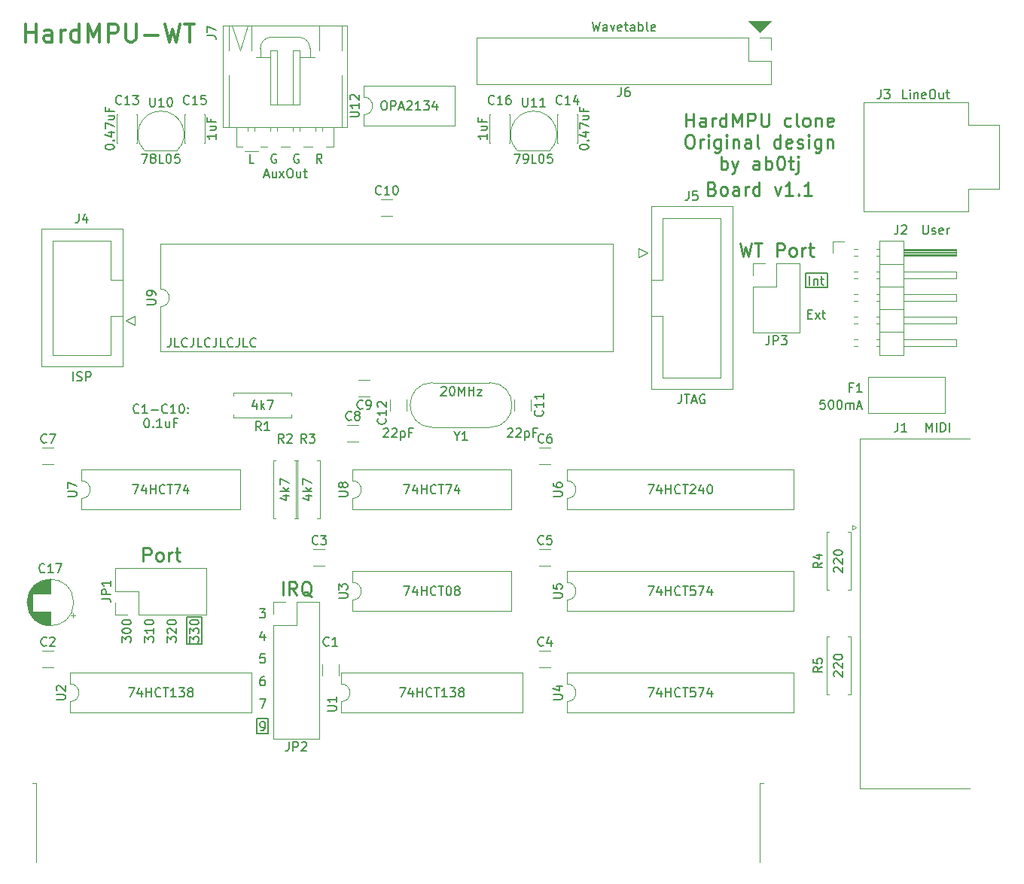
<source format=gbr>
%TF.GenerationSoftware,KiCad,Pcbnew,(6.0.11)*%
%TF.CreationDate,2023-01-30T02:30:36-08:00*%
%TF.ProjectId,hardmpu-wt,68617264-6d70-4752-9d77-742e6b696361,rev?*%
%TF.SameCoordinates,PX525bfc0PY8670810*%
%TF.FileFunction,Legend,Top*%
%TF.FilePolarity,Positive*%
%FSLAX46Y46*%
G04 Gerber Fmt 4.6, Leading zero omitted, Abs format (unit mm)*
G04 Created by KiCad (PCBNEW (6.0.11)) date 2023-01-30 02:30:36*
%MOMM*%
%LPD*%
G01*
G04 APERTURE LIST*
%ADD10C,0.150000*%
%ADD11C,0.100000*%
%ADD12C,0.350000*%
%ADD13C,0.250000*%
%ADD14C,0.120000*%
G04 APERTURE END LIST*
D10*
X16891000Y16891000D02*
X16891000Y19939000D01*
X24765000Y6858000D02*
X24765000Y8509000D01*
X86487000Y57023000D02*
X86487000Y58674000D01*
X18542000Y19939000D02*
X18542000Y16891000D01*
D11*
G36*
X81280000Y85725000D02*
G01*
X80010000Y86995000D01*
X82550000Y86995000D01*
X81280000Y85725000D01*
G37*
X81280000Y85725000D02*
X80010000Y86995000D01*
X82550000Y86995000D01*
X81280000Y85725000D01*
D10*
X18542000Y16891000D02*
X16891000Y16891000D01*
X88900000Y58674000D02*
X88900000Y57023000D01*
X26035000Y8509000D02*
X26035000Y6858000D01*
X24765000Y8509000D02*
X26035000Y8509000D01*
X88900000Y57023000D02*
X86487000Y57023000D01*
X16891000Y19939000D02*
X18542000Y19939000D01*
X26035000Y6858000D02*
X24765000Y6858000D01*
X86487000Y58674000D02*
X88900000Y58674000D01*
D12*
X-1205334Y84693239D02*
X-1205334Y86693239D01*
X-1205334Y85740858D02*
X-62477Y85740858D01*
X-62477Y84693239D02*
X-62477Y86693239D01*
X1747047Y84693239D02*
X1747047Y85740858D01*
X1651809Y85931334D01*
X1461333Y86026572D01*
X1080380Y86026572D01*
X889904Y85931334D01*
X1747047Y84788477D02*
X1556571Y84693239D01*
X1080380Y84693239D01*
X889904Y84788477D01*
X794666Y84978953D01*
X794666Y85169429D01*
X889904Y85359905D01*
X1080380Y85455143D01*
X1556571Y85455143D01*
X1747047Y85550381D01*
X2699428Y84693239D02*
X2699428Y86026572D01*
X2699428Y85645620D02*
X2794666Y85836096D01*
X2889904Y85931334D01*
X3080380Y86026572D01*
X3270857Y86026572D01*
X4794666Y84693239D02*
X4794666Y86693239D01*
X4794666Y84788477D02*
X4604190Y84693239D01*
X4223238Y84693239D01*
X4032761Y84788477D01*
X3937523Y84883715D01*
X3842285Y85074191D01*
X3842285Y85645620D01*
X3937523Y85836096D01*
X4032761Y85931334D01*
X4223238Y86026572D01*
X4604190Y86026572D01*
X4794666Y85931334D01*
X5747047Y84693239D02*
X5747047Y86693239D01*
X6413714Y85264667D01*
X7080380Y86693239D01*
X7080380Y84693239D01*
X8032761Y84693239D02*
X8032761Y86693239D01*
X8794666Y86693239D01*
X8985142Y86598000D01*
X9080380Y86502762D01*
X9175619Y86312286D01*
X9175619Y86026572D01*
X9080380Y85836096D01*
X8985142Y85740858D01*
X8794666Y85645620D01*
X8032761Y85645620D01*
X10032761Y86693239D02*
X10032761Y85074191D01*
X10128000Y84883715D01*
X10223238Y84788477D01*
X10413714Y84693239D01*
X10794666Y84693239D01*
X10985142Y84788477D01*
X11080380Y84883715D01*
X11175619Y85074191D01*
X11175619Y86693239D01*
X12128000Y85455143D02*
X13651809Y85455143D01*
X14413714Y86693239D02*
X14889904Y84693239D01*
X15270857Y86121810D01*
X15651809Y84693239D01*
X16128000Y86693239D01*
X16604190Y86693239D02*
X17747047Y86693239D01*
X17175619Y84693239D02*
X17175619Y86693239D01*
D13*
X73030000Y75142429D02*
X73030000Y76642429D01*
X73030000Y75928143D02*
X73887142Y75928143D01*
X73887142Y75142429D02*
X73887142Y76642429D01*
X75244285Y75142429D02*
X75244285Y75928143D01*
X75172857Y76071000D01*
X75030000Y76142429D01*
X74744285Y76142429D01*
X74601428Y76071000D01*
X75244285Y75213858D02*
X75101428Y75142429D01*
X74744285Y75142429D01*
X74601428Y75213858D01*
X74530000Y75356715D01*
X74530000Y75499572D01*
X74601428Y75642429D01*
X74744285Y75713858D01*
X75101428Y75713858D01*
X75244285Y75785286D01*
X75958571Y75142429D02*
X75958571Y76142429D01*
X75958571Y75856715D02*
X76030000Y75999572D01*
X76101428Y76071000D01*
X76244285Y76142429D01*
X76387142Y76142429D01*
X77530000Y75142429D02*
X77530000Y76642429D01*
X77530000Y75213858D02*
X77387142Y75142429D01*
X77101428Y75142429D01*
X76958571Y75213858D01*
X76887142Y75285286D01*
X76815714Y75428143D01*
X76815714Y75856715D01*
X76887142Y75999572D01*
X76958571Y76071000D01*
X77101428Y76142429D01*
X77387142Y76142429D01*
X77530000Y76071000D01*
X78244285Y75142429D02*
X78244285Y76642429D01*
X78744285Y75571000D01*
X79244285Y76642429D01*
X79244285Y75142429D01*
X79958571Y75142429D02*
X79958571Y76642429D01*
X80530000Y76642429D01*
X80672857Y76571000D01*
X80744285Y76499572D01*
X80815714Y76356715D01*
X80815714Y76142429D01*
X80744285Y75999572D01*
X80672857Y75928143D01*
X80530000Y75856715D01*
X79958571Y75856715D01*
X81458571Y76642429D02*
X81458571Y75428143D01*
X81530000Y75285286D01*
X81601428Y75213858D01*
X81744285Y75142429D01*
X82030000Y75142429D01*
X82172857Y75213858D01*
X82244285Y75285286D01*
X82315714Y75428143D01*
X82315714Y76642429D01*
X84815714Y75213858D02*
X84672857Y75142429D01*
X84387142Y75142429D01*
X84244285Y75213858D01*
X84172857Y75285286D01*
X84101428Y75428143D01*
X84101428Y75856715D01*
X84172857Y75999572D01*
X84244285Y76071000D01*
X84387142Y76142429D01*
X84672857Y76142429D01*
X84815714Y76071000D01*
X85672857Y75142429D02*
X85530000Y75213858D01*
X85458571Y75356715D01*
X85458571Y76642429D01*
X86458571Y75142429D02*
X86315714Y75213858D01*
X86244285Y75285286D01*
X86172857Y75428143D01*
X86172857Y75856715D01*
X86244285Y75999572D01*
X86315714Y76071000D01*
X86458571Y76142429D01*
X86672857Y76142429D01*
X86815714Y76071000D01*
X86887142Y75999572D01*
X86958571Y75856715D01*
X86958571Y75428143D01*
X86887142Y75285286D01*
X86815714Y75213858D01*
X86672857Y75142429D01*
X86458571Y75142429D01*
X87601428Y76142429D02*
X87601428Y75142429D01*
X87601428Y75999572D02*
X87672857Y76071000D01*
X87815714Y76142429D01*
X88030000Y76142429D01*
X88172857Y76071000D01*
X88244285Y75928143D01*
X88244285Y75142429D01*
X89530000Y75213858D02*
X89387142Y75142429D01*
X89101428Y75142429D01*
X88958571Y75213858D01*
X88887142Y75356715D01*
X88887142Y75928143D01*
X88958571Y76071000D01*
X89101428Y76142429D01*
X89387142Y76142429D01*
X89530000Y76071000D01*
X89601428Y75928143D01*
X89601428Y75785286D01*
X88887142Y75642429D01*
X73315714Y74227429D02*
X73601428Y74227429D01*
X73744285Y74156000D01*
X73887142Y74013143D01*
X73958571Y73727429D01*
X73958571Y73227429D01*
X73887142Y72941715D01*
X73744285Y72798858D01*
X73601428Y72727429D01*
X73315714Y72727429D01*
X73172857Y72798858D01*
X73030000Y72941715D01*
X72958571Y73227429D01*
X72958571Y73727429D01*
X73030000Y74013143D01*
X73172857Y74156000D01*
X73315714Y74227429D01*
X74601428Y72727429D02*
X74601428Y73727429D01*
X74601428Y73441715D02*
X74672857Y73584572D01*
X74744285Y73656000D01*
X74887142Y73727429D01*
X75030000Y73727429D01*
X75530000Y72727429D02*
X75530000Y73727429D01*
X75530000Y74227429D02*
X75458571Y74156000D01*
X75530000Y74084572D01*
X75601428Y74156000D01*
X75530000Y74227429D01*
X75530000Y74084572D01*
X76887142Y73727429D02*
X76887142Y72513143D01*
X76815714Y72370286D01*
X76744285Y72298858D01*
X76601428Y72227429D01*
X76387142Y72227429D01*
X76244285Y72298858D01*
X76887142Y72798858D02*
X76744285Y72727429D01*
X76458571Y72727429D01*
X76315714Y72798858D01*
X76244285Y72870286D01*
X76172857Y73013143D01*
X76172857Y73441715D01*
X76244285Y73584572D01*
X76315714Y73656000D01*
X76458571Y73727429D01*
X76744285Y73727429D01*
X76887142Y73656000D01*
X77601428Y72727429D02*
X77601428Y73727429D01*
X77601428Y74227429D02*
X77530000Y74156000D01*
X77601428Y74084572D01*
X77672857Y74156000D01*
X77601428Y74227429D01*
X77601428Y74084572D01*
X78315714Y73727429D02*
X78315714Y72727429D01*
X78315714Y73584572D02*
X78387142Y73656000D01*
X78530000Y73727429D01*
X78744285Y73727429D01*
X78887142Y73656000D01*
X78958571Y73513143D01*
X78958571Y72727429D01*
X80315714Y72727429D02*
X80315714Y73513143D01*
X80244285Y73656000D01*
X80101428Y73727429D01*
X79815714Y73727429D01*
X79672857Y73656000D01*
X80315714Y72798858D02*
X80172857Y72727429D01*
X79815714Y72727429D01*
X79672857Y72798858D01*
X79601428Y72941715D01*
X79601428Y73084572D01*
X79672857Y73227429D01*
X79815714Y73298858D01*
X80172857Y73298858D01*
X80315714Y73370286D01*
X81244285Y72727429D02*
X81101428Y72798858D01*
X81030000Y72941715D01*
X81030000Y74227429D01*
X83601428Y72727429D02*
X83601428Y74227429D01*
X83601428Y72798858D02*
X83458571Y72727429D01*
X83172857Y72727429D01*
X83030000Y72798858D01*
X82958571Y72870286D01*
X82887142Y73013143D01*
X82887142Y73441715D01*
X82958571Y73584572D01*
X83030000Y73656000D01*
X83172857Y73727429D01*
X83458571Y73727429D01*
X83601428Y73656000D01*
X84887142Y72798858D02*
X84744285Y72727429D01*
X84458571Y72727429D01*
X84315714Y72798858D01*
X84244285Y72941715D01*
X84244285Y73513143D01*
X84315714Y73656000D01*
X84458571Y73727429D01*
X84744285Y73727429D01*
X84887142Y73656000D01*
X84958571Y73513143D01*
X84958571Y73370286D01*
X84244285Y73227429D01*
X85530000Y72798858D02*
X85672857Y72727429D01*
X85958571Y72727429D01*
X86101428Y72798858D01*
X86172857Y72941715D01*
X86172857Y73013143D01*
X86101428Y73156000D01*
X85958571Y73227429D01*
X85744285Y73227429D01*
X85601428Y73298858D01*
X85530000Y73441715D01*
X85530000Y73513143D01*
X85601428Y73656000D01*
X85744285Y73727429D01*
X85958571Y73727429D01*
X86101428Y73656000D01*
X86815714Y72727429D02*
X86815714Y73727429D01*
X86815714Y74227429D02*
X86744285Y74156000D01*
X86815714Y74084572D01*
X86887142Y74156000D01*
X86815714Y74227429D01*
X86815714Y74084572D01*
X88172857Y73727429D02*
X88172857Y72513143D01*
X88101428Y72370286D01*
X88030000Y72298858D01*
X87887142Y72227429D01*
X87672857Y72227429D01*
X87530000Y72298858D01*
X88172857Y72798858D02*
X88030000Y72727429D01*
X87744285Y72727429D01*
X87601428Y72798858D01*
X87530000Y72870286D01*
X87458571Y73013143D01*
X87458571Y73441715D01*
X87530000Y73584572D01*
X87601428Y73656000D01*
X87744285Y73727429D01*
X88030000Y73727429D01*
X88172857Y73656000D01*
X88887142Y73727429D02*
X88887142Y72727429D01*
X88887142Y73584572D02*
X88958571Y73656000D01*
X89101428Y73727429D01*
X89315714Y73727429D01*
X89458571Y73656000D01*
X89530000Y73513143D01*
X89530000Y72727429D01*
X76958571Y70312429D02*
X76958571Y71812429D01*
X76958571Y71241000D02*
X77101428Y71312429D01*
X77387142Y71312429D01*
X77530000Y71241000D01*
X77601428Y71169572D01*
X77672857Y71026715D01*
X77672857Y70598143D01*
X77601428Y70455286D01*
X77530000Y70383858D01*
X77387142Y70312429D01*
X77101428Y70312429D01*
X76958571Y70383858D01*
X78172857Y71312429D02*
X78530000Y70312429D01*
X78887142Y71312429D02*
X78530000Y70312429D01*
X78387142Y69955286D01*
X78315714Y69883858D01*
X78172857Y69812429D01*
X81244285Y70312429D02*
X81244285Y71098143D01*
X81172857Y71241000D01*
X81030000Y71312429D01*
X80744285Y71312429D01*
X80601428Y71241000D01*
X81244285Y70383858D02*
X81101428Y70312429D01*
X80744285Y70312429D01*
X80601428Y70383858D01*
X80530000Y70526715D01*
X80530000Y70669572D01*
X80601428Y70812429D01*
X80744285Y70883858D01*
X81101428Y70883858D01*
X81244285Y70955286D01*
X81958571Y70312429D02*
X81958571Y71812429D01*
X81958571Y71241000D02*
X82101428Y71312429D01*
X82387142Y71312429D01*
X82530000Y71241000D01*
X82601428Y71169572D01*
X82672857Y71026715D01*
X82672857Y70598143D01*
X82601428Y70455286D01*
X82530000Y70383858D01*
X82387142Y70312429D01*
X82101428Y70312429D01*
X81958571Y70383858D01*
X83601428Y71812429D02*
X83744285Y71812429D01*
X83887142Y71741000D01*
X83958571Y71669572D01*
X84030000Y71526715D01*
X84101428Y71241000D01*
X84101428Y70883858D01*
X84030000Y70598143D01*
X83958571Y70455286D01*
X83887142Y70383858D01*
X83744285Y70312429D01*
X83601428Y70312429D01*
X83458571Y70383858D01*
X83387142Y70455286D01*
X83315714Y70598143D01*
X83244285Y70883858D01*
X83244285Y71241000D01*
X83315714Y71526715D01*
X83387142Y71669572D01*
X83458571Y71741000D01*
X83601428Y71812429D01*
X84530000Y71312429D02*
X85101428Y71312429D01*
X84744285Y71812429D02*
X84744285Y70526715D01*
X84815714Y70383858D01*
X84958571Y70312429D01*
X85101428Y70312429D01*
X85601428Y71312429D02*
X85601428Y70026715D01*
X85530000Y69883858D01*
X85387142Y69812429D01*
X85315714Y69812429D01*
X85601428Y71812429D02*
X85530000Y71741000D01*
X85601428Y71669572D01*
X85672857Y71741000D01*
X85601428Y71812429D01*
X85601428Y71669572D01*
X75958571Y68179143D02*
X76172857Y68107715D01*
X76244285Y68036286D01*
X76315714Y67893429D01*
X76315714Y67679143D01*
X76244285Y67536286D01*
X76172857Y67464858D01*
X76030000Y67393429D01*
X75458571Y67393429D01*
X75458571Y68893429D01*
X75958571Y68893429D01*
X76101428Y68822000D01*
X76172857Y68750572D01*
X76244285Y68607715D01*
X76244285Y68464858D01*
X76172857Y68322000D01*
X76101428Y68250572D01*
X75958571Y68179143D01*
X75458571Y68179143D01*
X77172857Y67393429D02*
X77030000Y67464858D01*
X76958571Y67536286D01*
X76887142Y67679143D01*
X76887142Y68107715D01*
X76958571Y68250572D01*
X77030000Y68322000D01*
X77172857Y68393429D01*
X77387142Y68393429D01*
X77530000Y68322000D01*
X77601428Y68250572D01*
X77672857Y68107715D01*
X77672857Y67679143D01*
X77601428Y67536286D01*
X77530000Y67464858D01*
X77387142Y67393429D01*
X77172857Y67393429D01*
X78958571Y67393429D02*
X78958571Y68179143D01*
X78887142Y68322000D01*
X78744285Y68393429D01*
X78458571Y68393429D01*
X78315714Y68322000D01*
X78958571Y67464858D02*
X78815714Y67393429D01*
X78458571Y67393429D01*
X78315714Y67464858D01*
X78244285Y67607715D01*
X78244285Y67750572D01*
X78315714Y67893429D01*
X78458571Y67964858D01*
X78815714Y67964858D01*
X78958571Y68036286D01*
X79672857Y67393429D02*
X79672857Y68393429D01*
X79672857Y68107715D02*
X79744285Y68250572D01*
X79815714Y68322000D01*
X79958571Y68393429D01*
X80101428Y68393429D01*
X81244285Y67393429D02*
X81244285Y68893429D01*
X81244285Y67464858D02*
X81101428Y67393429D01*
X80815714Y67393429D01*
X80672857Y67464858D01*
X80601428Y67536286D01*
X80530000Y67679143D01*
X80530000Y68107715D01*
X80601428Y68250572D01*
X80672857Y68322000D01*
X80815714Y68393429D01*
X81101428Y68393429D01*
X81244285Y68322000D01*
X82958571Y68393429D02*
X83315714Y67393429D01*
X83672857Y68393429D01*
X85030000Y67393429D02*
X84172857Y67393429D01*
X84601428Y67393429D02*
X84601428Y68893429D01*
X84458571Y68679143D01*
X84315714Y68536286D01*
X84172857Y68464858D01*
X85672857Y67536286D02*
X85744285Y67464858D01*
X85672857Y67393429D01*
X85601428Y67464858D01*
X85672857Y67536286D01*
X85672857Y67393429D01*
X87172857Y67393429D02*
X86315714Y67393429D01*
X86744285Y67393429D02*
X86744285Y68893429D01*
X86601428Y68679143D01*
X86458571Y68536286D01*
X86315714Y68464858D01*
D10*
X17232380Y17129286D02*
X17232380Y17748334D01*
X17613333Y17415000D01*
X17613333Y17557858D01*
X17660952Y17653096D01*
X17708571Y17700715D01*
X17803809Y17748334D01*
X18041904Y17748334D01*
X18137142Y17700715D01*
X18184761Y17653096D01*
X18232380Y17557858D01*
X18232380Y17272143D01*
X18184761Y17176905D01*
X18137142Y17129286D01*
X17232380Y18081667D02*
X17232380Y18700715D01*
X17613333Y18367381D01*
X17613333Y18510239D01*
X17660952Y18605477D01*
X17708571Y18653096D01*
X17803809Y18700715D01*
X18041904Y18700715D01*
X18137142Y18653096D01*
X18184761Y18605477D01*
X18232380Y18510239D01*
X18232380Y18224524D01*
X18184761Y18129286D01*
X18137142Y18081667D01*
X17232380Y19319762D02*
X17232380Y19415000D01*
X17280000Y19510239D01*
X17327619Y19557858D01*
X17422857Y19605477D01*
X17613333Y19653096D01*
X17851428Y19653096D01*
X18041904Y19605477D01*
X18137142Y19557858D01*
X18184761Y19510239D01*
X18232380Y19415000D01*
X18232380Y19319762D01*
X18184761Y19224524D01*
X18137142Y19176905D01*
X18041904Y19129286D01*
X17851428Y19081667D01*
X17613333Y19081667D01*
X17422857Y19129286D01*
X17327619Y19176905D01*
X17280000Y19224524D01*
X17232380Y19319762D01*
X25209523Y7167620D02*
X25400000Y7167620D01*
X25495238Y7215239D01*
X25542857Y7262858D01*
X25638095Y7405715D01*
X25685714Y7596191D01*
X25685714Y7977143D01*
X25638095Y8072381D01*
X25590476Y8120000D01*
X25495238Y8167620D01*
X25304761Y8167620D01*
X25209523Y8120000D01*
X25161904Y8072381D01*
X25114285Y7977143D01*
X25114285Y7739048D01*
X25161904Y7643810D01*
X25209523Y7596191D01*
X25304761Y7548572D01*
X25495238Y7548572D01*
X25590476Y7596191D01*
X25638095Y7643810D01*
X25685714Y7739048D01*
X86725238Y54046429D02*
X87058571Y54046429D01*
X87201428Y53522620D02*
X86725238Y53522620D01*
X86725238Y54522620D01*
X87201428Y54522620D01*
X87534761Y53522620D02*
X88058571Y54189286D01*
X87534761Y54189286D02*
X88058571Y53522620D01*
X88296666Y54189286D02*
X88677619Y54189286D01*
X88439523Y54522620D02*
X88439523Y53665477D01*
X88487142Y53570239D01*
X88582380Y53522620D01*
X88677619Y53522620D01*
X11493809Y42992858D02*
X11446190Y42945239D01*
X11303333Y42897620D01*
X11208095Y42897620D01*
X11065238Y42945239D01*
X10970000Y43040477D01*
X10922380Y43135715D01*
X10874761Y43326191D01*
X10874761Y43469048D01*
X10922380Y43659524D01*
X10970000Y43754762D01*
X11065238Y43850000D01*
X11208095Y43897620D01*
X11303333Y43897620D01*
X11446190Y43850000D01*
X11493809Y43802381D01*
X12446190Y42897620D02*
X11874761Y42897620D01*
X12160476Y42897620D02*
X12160476Y43897620D01*
X12065238Y43754762D01*
X11970000Y43659524D01*
X11874761Y43611905D01*
X12874761Y43278572D02*
X13636666Y43278572D01*
X14684285Y42992858D02*
X14636666Y42945239D01*
X14493809Y42897620D01*
X14398571Y42897620D01*
X14255714Y42945239D01*
X14160476Y43040477D01*
X14112857Y43135715D01*
X14065238Y43326191D01*
X14065238Y43469048D01*
X14112857Y43659524D01*
X14160476Y43754762D01*
X14255714Y43850000D01*
X14398571Y43897620D01*
X14493809Y43897620D01*
X14636666Y43850000D01*
X14684285Y43802381D01*
X15636666Y42897620D02*
X15065238Y42897620D01*
X15350952Y42897620D02*
X15350952Y43897620D01*
X15255714Y43754762D01*
X15160476Y43659524D01*
X15065238Y43611905D01*
X16255714Y43897620D02*
X16350952Y43897620D01*
X16446190Y43850000D01*
X16493809Y43802381D01*
X16541428Y43707143D01*
X16589047Y43516667D01*
X16589047Y43278572D01*
X16541428Y43088096D01*
X16493809Y42992858D01*
X16446190Y42945239D01*
X16350952Y42897620D01*
X16255714Y42897620D01*
X16160476Y42945239D01*
X16112857Y42992858D01*
X16065238Y43088096D01*
X16017619Y43278572D01*
X16017619Y43516667D01*
X16065238Y43707143D01*
X16112857Y43802381D01*
X16160476Y43850000D01*
X16255714Y43897620D01*
X17017619Y42992858D02*
X17065238Y42945239D01*
X17017619Y42897620D01*
X16970000Y42945239D01*
X17017619Y42992858D01*
X17017619Y42897620D01*
X17017619Y43516667D02*
X17065238Y43469048D01*
X17017619Y43421429D01*
X16970000Y43469048D01*
X17017619Y43516667D01*
X17017619Y43421429D01*
X12327142Y42287620D02*
X12422380Y42287620D01*
X12517619Y42240000D01*
X12565238Y42192381D01*
X12612857Y42097143D01*
X12660476Y41906667D01*
X12660476Y41668572D01*
X12612857Y41478096D01*
X12565238Y41382858D01*
X12517619Y41335239D01*
X12422380Y41287620D01*
X12327142Y41287620D01*
X12231904Y41335239D01*
X12184285Y41382858D01*
X12136666Y41478096D01*
X12089047Y41668572D01*
X12089047Y41906667D01*
X12136666Y42097143D01*
X12184285Y42192381D01*
X12231904Y42240000D01*
X12327142Y42287620D01*
X13089047Y41382858D02*
X13136666Y41335239D01*
X13089047Y41287620D01*
X13041428Y41335239D01*
X13089047Y41382858D01*
X13089047Y41287620D01*
X14089047Y41287620D02*
X13517619Y41287620D01*
X13803333Y41287620D02*
X13803333Y42287620D01*
X13708095Y42144762D01*
X13612857Y42049524D01*
X13517619Y42001905D01*
X14946190Y41954286D02*
X14946190Y41287620D01*
X14517619Y41954286D02*
X14517619Y41430477D01*
X14565238Y41335239D01*
X14660476Y41287620D01*
X14803333Y41287620D01*
X14898571Y41335239D01*
X14946190Y41382858D01*
X15755714Y41811429D02*
X15422380Y41811429D01*
X15422380Y41287620D02*
X15422380Y42287620D01*
X15898571Y42287620D01*
X25638095Y15787620D02*
X25161904Y15787620D01*
X25114285Y15311429D01*
X25161904Y15359048D01*
X25257142Y15406667D01*
X25495238Y15406667D01*
X25590476Y15359048D01*
X25638095Y15311429D01*
X25685714Y15216191D01*
X25685714Y14978096D01*
X25638095Y14882858D01*
X25590476Y14835239D01*
X25495238Y14787620D01*
X25257142Y14787620D01*
X25161904Y14835239D01*
X25114285Y14882858D01*
X9612380Y17129286D02*
X9612380Y17748334D01*
X9993333Y17415000D01*
X9993333Y17557858D01*
X10040952Y17653096D01*
X10088571Y17700715D01*
X10183809Y17748334D01*
X10421904Y17748334D01*
X10517142Y17700715D01*
X10564761Y17653096D01*
X10612380Y17557858D01*
X10612380Y17272143D01*
X10564761Y17176905D01*
X10517142Y17129286D01*
X9612380Y18367381D02*
X9612380Y18462620D01*
X9660000Y18557858D01*
X9707619Y18605477D01*
X9802857Y18653096D01*
X9993333Y18700715D01*
X10231428Y18700715D01*
X10421904Y18653096D01*
X10517142Y18605477D01*
X10564761Y18557858D01*
X10612380Y18462620D01*
X10612380Y18367381D01*
X10564761Y18272143D01*
X10517142Y18224524D01*
X10421904Y18176905D01*
X10231428Y18129286D01*
X9993333Y18129286D01*
X9802857Y18176905D01*
X9707619Y18224524D01*
X9660000Y18272143D01*
X9612380Y18367381D01*
X9612380Y19319762D02*
X9612380Y19415000D01*
X9660000Y19510239D01*
X9707619Y19557858D01*
X9802857Y19605477D01*
X9993333Y19653096D01*
X10231428Y19653096D01*
X10421904Y19605477D01*
X10517142Y19557858D01*
X10564761Y19510239D01*
X10612380Y19415000D01*
X10612380Y19319762D01*
X10564761Y19224524D01*
X10517142Y19176905D01*
X10421904Y19129286D01*
X10231428Y19081667D01*
X9993333Y19081667D01*
X9802857Y19129286D01*
X9707619Y19176905D01*
X9660000Y19224524D01*
X9612380Y19319762D01*
X24439523Y71048620D02*
X23963333Y71048620D01*
X23963333Y72048620D01*
X12152380Y17129286D02*
X12152380Y17748334D01*
X12533333Y17415000D01*
X12533333Y17557858D01*
X12580952Y17653096D01*
X12628571Y17700715D01*
X12723809Y17748334D01*
X12961904Y17748334D01*
X13057142Y17700715D01*
X13104761Y17653096D01*
X13152380Y17557858D01*
X13152380Y17272143D01*
X13104761Y17176905D01*
X13057142Y17129286D01*
X13152380Y18700715D02*
X13152380Y18129286D01*
X13152380Y18415000D02*
X12152380Y18415000D01*
X12295238Y18319762D01*
X12390476Y18224524D01*
X12438095Y18129286D01*
X12152380Y19319762D02*
X12152380Y19415000D01*
X12200000Y19510239D01*
X12247619Y19557858D01*
X12342857Y19605477D01*
X12533333Y19653096D01*
X12771428Y19653096D01*
X12961904Y19605477D01*
X13057142Y19557858D01*
X13104761Y19510239D01*
X13152380Y19415000D01*
X13152380Y19319762D01*
X13104761Y19224524D01*
X13057142Y19176905D01*
X12961904Y19129286D01*
X12771428Y19081667D01*
X12533333Y19081667D01*
X12342857Y19129286D01*
X12247619Y19176905D01*
X12200000Y19224524D01*
X12152380Y19319762D01*
X86891904Y57332620D02*
X86891904Y58332620D01*
X87368095Y57999286D02*
X87368095Y57332620D01*
X87368095Y57904048D02*
X87415714Y57951667D01*
X87510952Y57999286D01*
X87653809Y57999286D01*
X87749047Y57951667D01*
X87796666Y57856429D01*
X87796666Y57332620D01*
X88130000Y57999286D02*
X88510952Y57999286D01*
X88272857Y58332620D02*
X88272857Y57475477D01*
X88320476Y57380239D01*
X88415714Y57332620D01*
X88510952Y57332620D01*
X25066666Y10707620D02*
X25733333Y10707620D01*
X25304761Y9707620D01*
X29471904Y72001000D02*
X29376666Y72048620D01*
X29233809Y72048620D01*
X29090952Y72001000D01*
X28995714Y71905762D01*
X28948095Y71810524D01*
X28900476Y71620048D01*
X28900476Y71477191D01*
X28948095Y71286715D01*
X28995714Y71191477D01*
X29090952Y71096239D01*
X29233809Y71048620D01*
X29329047Y71048620D01*
X29471904Y71096239D01*
X29519523Y71143858D01*
X29519523Y71477191D01*
X29329047Y71477191D01*
X15065952Y51347620D02*
X15065952Y50633334D01*
X15018333Y50490477D01*
X14923095Y50395239D01*
X14780238Y50347620D01*
X14685000Y50347620D01*
X16018333Y50347620D02*
X15542142Y50347620D01*
X15542142Y51347620D01*
X16923095Y50442858D02*
X16875476Y50395239D01*
X16732619Y50347620D01*
X16637380Y50347620D01*
X16494523Y50395239D01*
X16399285Y50490477D01*
X16351666Y50585715D01*
X16304047Y50776191D01*
X16304047Y50919048D01*
X16351666Y51109524D01*
X16399285Y51204762D01*
X16494523Y51300000D01*
X16637380Y51347620D01*
X16732619Y51347620D01*
X16875476Y51300000D01*
X16923095Y51252381D01*
X17637380Y51347620D02*
X17637380Y50633334D01*
X17589761Y50490477D01*
X17494523Y50395239D01*
X17351666Y50347620D01*
X17256428Y50347620D01*
X18589761Y50347620D02*
X18113571Y50347620D01*
X18113571Y51347620D01*
X19494523Y50442858D02*
X19446904Y50395239D01*
X19304047Y50347620D01*
X19208809Y50347620D01*
X19065952Y50395239D01*
X18970714Y50490477D01*
X18923095Y50585715D01*
X18875476Y50776191D01*
X18875476Y50919048D01*
X18923095Y51109524D01*
X18970714Y51204762D01*
X19065952Y51300000D01*
X19208809Y51347620D01*
X19304047Y51347620D01*
X19446904Y51300000D01*
X19494523Y51252381D01*
X20208809Y51347620D02*
X20208809Y50633334D01*
X20161190Y50490477D01*
X20065952Y50395239D01*
X19923095Y50347620D01*
X19827857Y50347620D01*
X21161190Y50347620D02*
X20685000Y50347620D01*
X20685000Y51347620D01*
X22065952Y50442858D02*
X22018333Y50395239D01*
X21875476Y50347620D01*
X21780238Y50347620D01*
X21637380Y50395239D01*
X21542142Y50490477D01*
X21494523Y50585715D01*
X21446904Y50776191D01*
X21446904Y50919048D01*
X21494523Y51109524D01*
X21542142Y51204762D01*
X21637380Y51300000D01*
X21780238Y51347620D01*
X21875476Y51347620D01*
X22018333Y51300000D01*
X22065952Y51252381D01*
X22780238Y51347620D02*
X22780238Y50633334D01*
X22732619Y50490477D01*
X22637380Y50395239D01*
X22494523Y50347620D01*
X22399285Y50347620D01*
X23732619Y50347620D02*
X23256428Y50347620D01*
X23256428Y51347620D01*
X24637380Y50442858D02*
X24589761Y50395239D01*
X24446904Y50347620D01*
X24351666Y50347620D01*
X24208809Y50395239D01*
X24113571Y50490477D01*
X24065952Y50585715D01*
X24018333Y50776191D01*
X24018333Y50919048D01*
X24065952Y51109524D01*
X24113571Y51204762D01*
X24208809Y51300000D01*
X24351666Y51347620D01*
X24446904Y51347620D01*
X24589761Y51300000D01*
X24637380Y51252381D01*
X14692380Y17129286D02*
X14692380Y17748334D01*
X15073333Y17415000D01*
X15073333Y17557858D01*
X15120952Y17653096D01*
X15168571Y17700715D01*
X15263809Y17748334D01*
X15501904Y17748334D01*
X15597142Y17700715D01*
X15644761Y17653096D01*
X15692380Y17557858D01*
X15692380Y17272143D01*
X15644761Y17176905D01*
X15597142Y17129286D01*
X14787619Y18129286D02*
X14740000Y18176905D01*
X14692380Y18272143D01*
X14692380Y18510239D01*
X14740000Y18605477D01*
X14787619Y18653096D01*
X14882857Y18700715D01*
X14978095Y18700715D01*
X15120952Y18653096D01*
X15692380Y18081667D01*
X15692380Y18700715D01*
X14692380Y19319762D02*
X14692380Y19415000D01*
X14740000Y19510239D01*
X14787619Y19557858D01*
X14882857Y19605477D01*
X15073333Y19653096D01*
X15311428Y19653096D01*
X15501904Y19605477D01*
X15597142Y19557858D01*
X15644761Y19510239D01*
X15692380Y19415000D01*
X15692380Y19319762D01*
X15644761Y19224524D01*
X15597142Y19176905D01*
X15501904Y19129286D01*
X15311428Y19081667D01*
X15073333Y19081667D01*
X14882857Y19129286D01*
X14787619Y19176905D01*
X14740000Y19224524D01*
X14692380Y19319762D01*
X25066666Y20867620D02*
X25685714Y20867620D01*
X25352380Y20486667D01*
X25495238Y20486667D01*
X25590476Y20439048D01*
X25638095Y20391429D01*
X25685714Y20296191D01*
X25685714Y20058096D01*
X25638095Y19962858D01*
X25590476Y19915239D01*
X25495238Y19867620D01*
X25209523Y19867620D01*
X25114285Y19915239D01*
X25066666Y19962858D01*
X26931904Y72001000D02*
X26836666Y72048620D01*
X26693809Y72048620D01*
X26550952Y72001000D01*
X26455714Y71905762D01*
X26408095Y71810524D01*
X26360476Y71620048D01*
X26360476Y71477191D01*
X26408095Y71286715D01*
X26455714Y71191477D01*
X26550952Y71096239D01*
X26693809Y71048620D01*
X26789047Y71048620D01*
X26931904Y71096239D01*
X26979523Y71143858D01*
X26979523Y71477191D01*
X26789047Y71477191D01*
X32059523Y71048620D02*
X31726190Y71524810D01*
X31488095Y71048620D02*
X31488095Y72048620D01*
X31869047Y72048620D01*
X31964285Y72001000D01*
X32011904Y71953381D01*
X32059523Y71858143D01*
X32059523Y71715286D01*
X32011904Y71620048D01*
X31964285Y71572429D01*
X31869047Y71524810D01*
X31488095Y71524810D01*
X25590476Y13247620D02*
X25400000Y13247620D01*
X25304761Y13200000D01*
X25257142Y13152381D01*
X25161904Y13009524D01*
X25114285Y12819048D01*
X25114285Y12438096D01*
X25161904Y12342858D01*
X25209523Y12295239D01*
X25304761Y12247620D01*
X25495238Y12247620D01*
X25590476Y12295239D01*
X25638095Y12342858D01*
X25685714Y12438096D01*
X25685714Y12676191D01*
X25638095Y12771429D01*
X25590476Y12819048D01*
X25495238Y12866667D01*
X25304761Y12866667D01*
X25209523Y12819048D01*
X25161904Y12771429D01*
X25114285Y12676191D01*
X25590476Y17994286D02*
X25590476Y17327620D01*
X25352380Y18375239D02*
X25114285Y17660953D01*
X25733333Y17660953D01*
%TO.C,JP2*%
X28376666Y5881620D02*
X28376666Y5167334D01*
X28329047Y5024477D01*
X28233809Y4929239D01*
X28090952Y4881620D01*
X27995714Y4881620D01*
X28852857Y4881620D02*
X28852857Y5881620D01*
X29233809Y5881620D01*
X29329047Y5834000D01*
X29376666Y5786381D01*
X29424285Y5691143D01*
X29424285Y5548286D01*
X29376666Y5453048D01*
X29329047Y5405429D01*
X29233809Y5357810D01*
X28852857Y5357810D01*
X29805238Y5786381D02*
X29852857Y5834000D01*
X29948095Y5881620D01*
X30186190Y5881620D01*
X30281428Y5834000D01*
X30329047Y5786381D01*
X30376666Y5691143D01*
X30376666Y5595905D01*
X30329047Y5453048D01*
X29757619Y4881620D01*
X30376666Y4881620D01*
D13*
X27674285Y22435429D02*
X27674285Y23935429D01*
X29245714Y22435429D02*
X28745714Y23149715D01*
X28388571Y22435429D02*
X28388571Y23935429D01*
X28960000Y23935429D01*
X29102857Y23864000D01*
X29174285Y23792572D01*
X29245714Y23649715D01*
X29245714Y23435429D01*
X29174285Y23292572D01*
X29102857Y23221143D01*
X28960000Y23149715D01*
X28388571Y23149715D01*
X30888571Y22292572D02*
X30745714Y22364000D01*
X30602857Y22506858D01*
X30388571Y22721143D01*
X30245714Y22792572D01*
X30102857Y22792572D01*
X30174285Y22435429D02*
X30031428Y22506858D01*
X29888571Y22649715D01*
X29817142Y22935429D01*
X29817142Y23435429D01*
X29888571Y23721143D01*
X30031428Y23864000D01*
X30174285Y23935429D01*
X30460000Y23935429D01*
X30602857Y23864000D01*
X30745714Y23721143D01*
X30817142Y23435429D01*
X30817142Y22935429D01*
X30745714Y22649715D01*
X30602857Y22506858D01*
X30460000Y22435429D01*
X30174285Y22435429D01*
D10*
%TO.C,C6*%
X57003333Y39647858D02*
X56955714Y39600239D01*
X56812857Y39552620D01*
X56717619Y39552620D01*
X56574761Y39600239D01*
X56479523Y39695477D01*
X56431904Y39790715D01*
X56384285Y39981191D01*
X56384285Y40124048D01*
X56431904Y40314524D01*
X56479523Y40409762D01*
X56574761Y40505000D01*
X56717619Y40552620D01*
X56812857Y40552620D01*
X56955714Y40505000D01*
X57003333Y40457381D01*
X57860476Y40552620D02*
X57670000Y40552620D01*
X57574761Y40505000D01*
X57527142Y40457381D01*
X57431904Y40314524D01*
X57384285Y40124048D01*
X57384285Y39743096D01*
X57431904Y39647858D01*
X57479523Y39600239D01*
X57574761Y39552620D01*
X57765238Y39552620D01*
X57860476Y39600239D01*
X57908095Y39647858D01*
X57955714Y39743096D01*
X57955714Y39981191D01*
X57908095Y40076429D01*
X57860476Y40124048D01*
X57765238Y40171667D01*
X57574761Y40171667D01*
X57479523Y40124048D01*
X57431904Y40076429D01*
X57384285Y39981191D01*
%TO.C,C5*%
X56983333Y28217858D02*
X56935714Y28170239D01*
X56792857Y28122620D01*
X56697619Y28122620D01*
X56554761Y28170239D01*
X56459523Y28265477D01*
X56411904Y28360715D01*
X56364285Y28551191D01*
X56364285Y28694048D01*
X56411904Y28884524D01*
X56459523Y28979762D01*
X56554761Y29075000D01*
X56697619Y29122620D01*
X56792857Y29122620D01*
X56935714Y29075000D01*
X56983333Y29027381D01*
X57888095Y29122620D02*
X57411904Y29122620D01*
X57364285Y28646429D01*
X57411904Y28694048D01*
X57507142Y28741667D01*
X57745238Y28741667D01*
X57840476Y28694048D01*
X57888095Y28646429D01*
X57935714Y28551191D01*
X57935714Y28313096D01*
X57888095Y28217858D01*
X57840476Y28170239D01*
X57745238Y28122620D01*
X57507142Y28122620D01*
X57411904Y28170239D01*
X57364285Y28217858D01*
%TO.C,C3*%
X31603333Y28217858D02*
X31555714Y28170239D01*
X31412857Y28122620D01*
X31317619Y28122620D01*
X31174761Y28170239D01*
X31079523Y28265477D01*
X31031904Y28360715D01*
X30984285Y28551191D01*
X30984285Y28694048D01*
X31031904Y28884524D01*
X31079523Y28979762D01*
X31174761Y29075000D01*
X31317619Y29122620D01*
X31412857Y29122620D01*
X31555714Y29075000D01*
X31603333Y29027381D01*
X31936666Y29122620D02*
X32555714Y29122620D01*
X32222380Y28741667D01*
X32365238Y28741667D01*
X32460476Y28694048D01*
X32508095Y28646429D01*
X32555714Y28551191D01*
X32555714Y28313096D01*
X32508095Y28217858D01*
X32460476Y28170239D01*
X32365238Y28122620D01*
X32079523Y28122620D01*
X31984285Y28170239D01*
X31936666Y28217858D01*
%TO.C,U6*%
X58082380Y33528096D02*
X58891904Y33528096D01*
X58987142Y33575715D01*
X59034761Y33623334D01*
X59082380Y33718572D01*
X59082380Y33909048D01*
X59034761Y34004286D01*
X58987142Y34051905D01*
X58891904Y34099524D01*
X58082380Y34099524D01*
X58082380Y35004286D02*
X58082380Y34813810D01*
X58130000Y34718572D01*
X58177619Y34670953D01*
X58320476Y34575715D01*
X58510952Y34528096D01*
X58891904Y34528096D01*
X58987142Y34575715D01*
X59034761Y34623334D01*
X59082380Y34718572D01*
X59082380Y34909048D01*
X59034761Y35004286D01*
X58987142Y35051905D01*
X58891904Y35099524D01*
X58653809Y35099524D01*
X58558571Y35051905D01*
X58510952Y35004286D01*
X58463333Y34909048D01*
X58463333Y34718572D01*
X58510952Y34623334D01*
X58558571Y34575715D01*
X58653809Y34528096D01*
X68747142Y34837620D02*
X69413809Y34837620D01*
X68985238Y33837620D01*
X70223333Y34504286D02*
X70223333Y33837620D01*
X69985238Y34885239D02*
X69747142Y34170953D01*
X70366190Y34170953D01*
X70747142Y33837620D02*
X70747142Y34837620D01*
X70747142Y34361429D02*
X71318571Y34361429D01*
X71318571Y33837620D02*
X71318571Y34837620D01*
X72366190Y33932858D02*
X72318571Y33885239D01*
X72175714Y33837620D01*
X72080476Y33837620D01*
X71937619Y33885239D01*
X71842380Y33980477D01*
X71794761Y34075715D01*
X71747142Y34266191D01*
X71747142Y34409048D01*
X71794761Y34599524D01*
X71842380Y34694762D01*
X71937619Y34790000D01*
X72080476Y34837620D01*
X72175714Y34837620D01*
X72318571Y34790000D01*
X72366190Y34742381D01*
X72651904Y34837620D02*
X73223333Y34837620D01*
X72937619Y33837620D02*
X72937619Y34837620D01*
X73509047Y34742381D02*
X73556666Y34790000D01*
X73651904Y34837620D01*
X73890000Y34837620D01*
X73985238Y34790000D01*
X74032857Y34742381D01*
X74080476Y34647143D01*
X74080476Y34551905D01*
X74032857Y34409048D01*
X73461428Y33837620D01*
X74080476Y33837620D01*
X74937619Y34504286D02*
X74937619Y33837620D01*
X74699523Y34885239D02*
X74461428Y34170953D01*
X75080476Y34170953D01*
X75651904Y34837620D02*
X75747142Y34837620D01*
X75842380Y34790000D01*
X75890000Y34742381D01*
X75937619Y34647143D01*
X75985238Y34456667D01*
X75985238Y34218572D01*
X75937619Y34028096D01*
X75890000Y33932858D01*
X75842380Y33885239D01*
X75747142Y33837620D01*
X75651904Y33837620D01*
X75556666Y33885239D01*
X75509047Y33932858D01*
X75461428Y34028096D01*
X75413809Y34218572D01*
X75413809Y34456667D01*
X75461428Y34647143D01*
X75509047Y34742381D01*
X75556666Y34790000D01*
X75651904Y34837620D01*
%TO.C,J2*%
X96821666Y64047620D02*
X96821666Y63333334D01*
X96774047Y63190477D01*
X96678809Y63095239D01*
X96535952Y63047620D01*
X96440714Y63047620D01*
X97250238Y63952381D02*
X97297857Y64000000D01*
X97393095Y64047620D01*
X97631190Y64047620D01*
X97726428Y64000000D01*
X97774047Y63952381D01*
X97821666Y63857143D01*
X97821666Y63761905D01*
X97774047Y63619048D01*
X97202619Y63047620D01*
X97821666Y63047620D01*
X99663428Y64047620D02*
X99663428Y63238096D01*
X99711047Y63142858D01*
X99758666Y63095239D01*
X99853904Y63047620D01*
X100044380Y63047620D01*
X100139619Y63095239D01*
X100187238Y63142858D01*
X100234857Y63238096D01*
X100234857Y64047620D01*
X100663428Y63095239D02*
X100758666Y63047620D01*
X100949142Y63047620D01*
X101044380Y63095239D01*
X101092000Y63190477D01*
X101092000Y63238096D01*
X101044380Y63333334D01*
X100949142Y63380953D01*
X100806285Y63380953D01*
X100711047Y63428572D01*
X100663428Y63523810D01*
X100663428Y63571429D01*
X100711047Y63666667D01*
X100806285Y63714286D01*
X100949142Y63714286D01*
X101044380Y63666667D01*
X101901523Y63095239D02*
X101806285Y63047620D01*
X101615809Y63047620D01*
X101520571Y63095239D01*
X101472952Y63190477D01*
X101472952Y63571429D01*
X101520571Y63666667D01*
X101615809Y63714286D01*
X101806285Y63714286D01*
X101901523Y63666667D01*
X101949142Y63571429D01*
X101949142Y63476191D01*
X101472952Y63380953D01*
X102377714Y63047620D02*
X102377714Y63714286D01*
X102377714Y63523810D02*
X102425333Y63619048D01*
X102472952Y63666667D01*
X102568190Y63714286D01*
X102663428Y63714286D01*
%TO.C,U8*%
X33952380Y33528096D02*
X34761904Y33528096D01*
X34857142Y33575715D01*
X34904761Y33623334D01*
X34952380Y33718572D01*
X34952380Y33909048D01*
X34904761Y34004286D01*
X34857142Y34051905D01*
X34761904Y34099524D01*
X33952380Y34099524D01*
X34380952Y34718572D02*
X34333333Y34623334D01*
X34285714Y34575715D01*
X34190476Y34528096D01*
X34142857Y34528096D01*
X34047619Y34575715D01*
X34000000Y34623334D01*
X33952380Y34718572D01*
X33952380Y34909048D01*
X34000000Y35004286D01*
X34047619Y35051905D01*
X34142857Y35099524D01*
X34190476Y35099524D01*
X34285714Y35051905D01*
X34333333Y35004286D01*
X34380952Y34909048D01*
X34380952Y34718572D01*
X34428571Y34623334D01*
X34476190Y34575715D01*
X34571428Y34528096D01*
X34761904Y34528096D01*
X34857142Y34575715D01*
X34904761Y34623334D01*
X34952380Y34718572D01*
X34952380Y34909048D01*
X34904761Y35004286D01*
X34857142Y35051905D01*
X34761904Y35099524D01*
X34571428Y35099524D01*
X34476190Y35051905D01*
X34428571Y35004286D01*
X34380952Y34909048D01*
X41283333Y34837620D02*
X41950000Y34837620D01*
X41521428Y33837620D01*
X42759523Y34504286D02*
X42759523Y33837620D01*
X42521428Y34885239D02*
X42283333Y34170953D01*
X42902380Y34170953D01*
X43283333Y33837620D02*
X43283333Y34837620D01*
X43283333Y34361429D02*
X43854761Y34361429D01*
X43854761Y33837620D02*
X43854761Y34837620D01*
X44902380Y33932858D02*
X44854761Y33885239D01*
X44711904Y33837620D01*
X44616666Y33837620D01*
X44473809Y33885239D01*
X44378571Y33980477D01*
X44330952Y34075715D01*
X44283333Y34266191D01*
X44283333Y34409048D01*
X44330952Y34599524D01*
X44378571Y34694762D01*
X44473809Y34790000D01*
X44616666Y34837620D01*
X44711904Y34837620D01*
X44854761Y34790000D01*
X44902380Y34742381D01*
X45188095Y34837620D02*
X45759523Y34837620D01*
X45473809Y33837620D02*
X45473809Y34837620D01*
X45997619Y34837620D02*
X46664285Y34837620D01*
X46235714Y33837620D01*
X47473809Y34504286D02*
X47473809Y33837620D01*
X47235714Y34885239D02*
X46997619Y34170953D01*
X47616666Y34170953D01*
%TO.C,U5*%
X58082380Y22098096D02*
X58891904Y22098096D01*
X58987142Y22145715D01*
X59034761Y22193334D01*
X59082380Y22288572D01*
X59082380Y22479048D01*
X59034761Y22574286D01*
X58987142Y22621905D01*
X58891904Y22669524D01*
X58082380Y22669524D01*
X58082380Y23621905D02*
X58082380Y23145715D01*
X58558571Y23098096D01*
X58510952Y23145715D01*
X58463333Y23240953D01*
X58463333Y23479048D01*
X58510952Y23574286D01*
X58558571Y23621905D01*
X58653809Y23669524D01*
X58891904Y23669524D01*
X58987142Y23621905D01*
X59034761Y23574286D01*
X59082380Y23479048D01*
X59082380Y23240953D01*
X59034761Y23145715D01*
X58987142Y23098096D01*
X68747142Y23407620D02*
X69413809Y23407620D01*
X68985238Y22407620D01*
X70223333Y23074286D02*
X70223333Y22407620D01*
X69985238Y23455239D02*
X69747142Y22740953D01*
X70366190Y22740953D01*
X70747142Y22407620D02*
X70747142Y23407620D01*
X70747142Y22931429D02*
X71318571Y22931429D01*
X71318571Y22407620D02*
X71318571Y23407620D01*
X72366190Y22502858D02*
X72318571Y22455239D01*
X72175714Y22407620D01*
X72080476Y22407620D01*
X71937619Y22455239D01*
X71842380Y22550477D01*
X71794761Y22645715D01*
X71747142Y22836191D01*
X71747142Y22979048D01*
X71794761Y23169524D01*
X71842380Y23264762D01*
X71937619Y23360000D01*
X72080476Y23407620D01*
X72175714Y23407620D01*
X72318571Y23360000D01*
X72366190Y23312381D01*
X72651904Y23407620D02*
X73223333Y23407620D01*
X72937619Y22407620D02*
X72937619Y23407620D01*
X74032857Y23407620D02*
X73556666Y23407620D01*
X73509047Y22931429D01*
X73556666Y22979048D01*
X73651904Y23026667D01*
X73890000Y23026667D01*
X73985238Y22979048D01*
X74032857Y22931429D01*
X74080476Y22836191D01*
X74080476Y22598096D01*
X74032857Y22502858D01*
X73985238Y22455239D01*
X73890000Y22407620D01*
X73651904Y22407620D01*
X73556666Y22455239D01*
X73509047Y22502858D01*
X74413809Y23407620D02*
X75080476Y23407620D01*
X74651904Y22407620D01*
X75890000Y23074286D02*
X75890000Y22407620D01*
X75651904Y23455239D02*
X75413809Y22740953D01*
X76032857Y22740953D01*
%TO.C,U9*%
X12362380Y55118096D02*
X13171904Y55118096D01*
X13267142Y55165715D01*
X13314761Y55213334D01*
X13362380Y55308572D01*
X13362380Y55499048D01*
X13314761Y55594286D01*
X13267142Y55641905D01*
X13171904Y55689524D01*
X12362380Y55689524D01*
X13362380Y56213334D02*
X13362380Y56403810D01*
X13314761Y56499048D01*
X13267142Y56546667D01*
X13124285Y56641905D01*
X12933809Y56689524D01*
X12552857Y56689524D01*
X12457619Y56641905D01*
X12410000Y56594286D01*
X12362380Y56499048D01*
X12362380Y56308572D01*
X12410000Y56213334D01*
X12457619Y56165715D01*
X12552857Y56118096D01*
X12790952Y56118096D01*
X12886190Y56165715D01*
X12933809Y56213334D01*
X12981428Y56308572D01*
X12981428Y56499048D01*
X12933809Y56594286D01*
X12886190Y56641905D01*
X12790952Y56689524D01*
%TO.C,C1*%
X32853333Y16787858D02*
X32805714Y16740239D01*
X32662857Y16692620D01*
X32567619Y16692620D01*
X32424761Y16740239D01*
X32329523Y16835477D01*
X32281904Y16930715D01*
X32234285Y17121191D01*
X32234285Y17264048D01*
X32281904Y17454524D01*
X32329523Y17549762D01*
X32424761Y17645000D01*
X32567619Y17692620D01*
X32662857Y17692620D01*
X32805714Y17645000D01*
X32853333Y17597381D01*
X33805714Y16692620D02*
X33234285Y16692620D01*
X33520000Y16692620D02*
X33520000Y17692620D01*
X33424761Y17549762D01*
X33329523Y17454524D01*
X33234285Y17406905D01*
%TO.C,U2*%
X2202380Y10668096D02*
X3011904Y10668096D01*
X3107142Y10715715D01*
X3154761Y10763334D01*
X3202380Y10858572D01*
X3202380Y11049048D01*
X3154761Y11144286D01*
X3107142Y11191905D01*
X3011904Y11239524D01*
X2202380Y11239524D01*
X2297619Y11668096D02*
X2250000Y11715715D01*
X2202380Y11810953D01*
X2202380Y12049048D01*
X2250000Y12144286D01*
X2297619Y12191905D01*
X2392857Y12239524D01*
X2488095Y12239524D01*
X2630952Y12191905D01*
X3202380Y11620477D01*
X3202380Y12239524D01*
X10327142Y11977620D02*
X10993809Y11977620D01*
X10565238Y10977620D01*
X11803333Y11644286D02*
X11803333Y10977620D01*
X11565238Y12025239D02*
X11327142Y11310953D01*
X11946190Y11310953D01*
X12327142Y10977620D02*
X12327142Y11977620D01*
X12327142Y11501429D02*
X12898571Y11501429D01*
X12898571Y10977620D02*
X12898571Y11977620D01*
X13946190Y11072858D02*
X13898571Y11025239D01*
X13755714Y10977620D01*
X13660476Y10977620D01*
X13517619Y11025239D01*
X13422380Y11120477D01*
X13374761Y11215715D01*
X13327142Y11406191D01*
X13327142Y11549048D01*
X13374761Y11739524D01*
X13422380Y11834762D01*
X13517619Y11930000D01*
X13660476Y11977620D01*
X13755714Y11977620D01*
X13898571Y11930000D01*
X13946190Y11882381D01*
X14231904Y11977620D02*
X14803333Y11977620D01*
X14517619Y10977620D02*
X14517619Y11977620D01*
X15660476Y10977620D02*
X15089047Y10977620D01*
X15374761Y10977620D02*
X15374761Y11977620D01*
X15279523Y11834762D01*
X15184285Y11739524D01*
X15089047Y11691905D01*
X15993809Y11977620D02*
X16612857Y11977620D01*
X16279523Y11596667D01*
X16422380Y11596667D01*
X16517619Y11549048D01*
X16565238Y11501429D01*
X16612857Y11406191D01*
X16612857Y11168096D01*
X16565238Y11072858D01*
X16517619Y11025239D01*
X16422380Y10977620D01*
X16136666Y10977620D01*
X16041428Y11025239D01*
X15993809Y11072858D01*
X17184285Y11549048D02*
X17089047Y11596667D01*
X17041428Y11644286D01*
X16993809Y11739524D01*
X16993809Y11787143D01*
X17041428Y11882381D01*
X17089047Y11930000D01*
X17184285Y11977620D01*
X17374761Y11977620D01*
X17470000Y11930000D01*
X17517619Y11882381D01*
X17565238Y11787143D01*
X17565238Y11739524D01*
X17517619Y11644286D01*
X17470000Y11596667D01*
X17374761Y11549048D01*
X17184285Y11549048D01*
X17089047Y11501429D01*
X17041428Y11453810D01*
X16993809Y11358572D01*
X16993809Y11168096D01*
X17041428Y11072858D01*
X17089047Y11025239D01*
X17184285Y10977620D01*
X17374761Y10977620D01*
X17470000Y11025239D01*
X17517619Y11072858D01*
X17565238Y11168096D01*
X17565238Y11358572D01*
X17517619Y11453810D01*
X17470000Y11501429D01*
X17374761Y11549048D01*
%TO.C,U4*%
X58082380Y10668096D02*
X58891904Y10668096D01*
X58987142Y10715715D01*
X59034761Y10763334D01*
X59082380Y10858572D01*
X59082380Y11049048D01*
X59034761Y11144286D01*
X58987142Y11191905D01*
X58891904Y11239524D01*
X58082380Y11239524D01*
X58415714Y12144286D02*
X59082380Y12144286D01*
X58034761Y11906191D02*
X58749047Y11668096D01*
X58749047Y12287143D01*
X68747142Y11977620D02*
X69413809Y11977620D01*
X68985238Y10977620D01*
X70223333Y11644286D02*
X70223333Y10977620D01*
X69985238Y12025239D02*
X69747142Y11310953D01*
X70366190Y11310953D01*
X70747142Y10977620D02*
X70747142Y11977620D01*
X70747142Y11501429D02*
X71318571Y11501429D01*
X71318571Y10977620D02*
X71318571Y11977620D01*
X72366190Y11072858D02*
X72318571Y11025239D01*
X72175714Y10977620D01*
X72080476Y10977620D01*
X71937619Y11025239D01*
X71842380Y11120477D01*
X71794761Y11215715D01*
X71747142Y11406191D01*
X71747142Y11549048D01*
X71794761Y11739524D01*
X71842380Y11834762D01*
X71937619Y11930000D01*
X72080476Y11977620D01*
X72175714Y11977620D01*
X72318571Y11930000D01*
X72366190Y11882381D01*
X72651904Y11977620D02*
X73223333Y11977620D01*
X72937619Y10977620D02*
X72937619Y11977620D01*
X74032857Y11977620D02*
X73556666Y11977620D01*
X73509047Y11501429D01*
X73556666Y11549048D01*
X73651904Y11596667D01*
X73890000Y11596667D01*
X73985238Y11549048D01*
X74032857Y11501429D01*
X74080476Y11406191D01*
X74080476Y11168096D01*
X74032857Y11072858D01*
X73985238Y11025239D01*
X73890000Y10977620D01*
X73651904Y10977620D01*
X73556666Y11025239D01*
X73509047Y11072858D01*
X74413809Y11977620D02*
X75080476Y11977620D01*
X74651904Y10977620D01*
X75890000Y11644286D02*
X75890000Y10977620D01*
X75651904Y12025239D02*
X75413809Y11310953D01*
X76032857Y11310953D01*
%TO.C,U1*%
X32682380Y9398096D02*
X33491904Y9398096D01*
X33587142Y9445715D01*
X33634761Y9493334D01*
X33682380Y9588572D01*
X33682380Y9779048D01*
X33634761Y9874286D01*
X33587142Y9921905D01*
X33491904Y9969524D01*
X32682380Y9969524D01*
X33682380Y10969524D02*
X33682380Y10398096D01*
X33682380Y10683810D02*
X32682380Y10683810D01*
X32825238Y10588572D01*
X32920476Y10493334D01*
X32968095Y10398096D01*
X40807142Y11977620D02*
X41473809Y11977620D01*
X41045238Y10977620D01*
X42283333Y11644286D02*
X42283333Y10977620D01*
X42045238Y12025239D02*
X41807142Y11310953D01*
X42426190Y11310953D01*
X42807142Y10977620D02*
X42807142Y11977620D01*
X42807142Y11501429D02*
X43378571Y11501429D01*
X43378571Y10977620D02*
X43378571Y11977620D01*
X44426190Y11072858D02*
X44378571Y11025239D01*
X44235714Y10977620D01*
X44140476Y10977620D01*
X43997619Y11025239D01*
X43902380Y11120477D01*
X43854761Y11215715D01*
X43807142Y11406191D01*
X43807142Y11549048D01*
X43854761Y11739524D01*
X43902380Y11834762D01*
X43997619Y11930000D01*
X44140476Y11977620D01*
X44235714Y11977620D01*
X44378571Y11930000D01*
X44426190Y11882381D01*
X44711904Y11977620D02*
X45283333Y11977620D01*
X44997619Y10977620D02*
X44997619Y11977620D01*
X46140476Y10977620D02*
X45569047Y10977620D01*
X45854761Y10977620D02*
X45854761Y11977620D01*
X45759523Y11834762D01*
X45664285Y11739524D01*
X45569047Y11691905D01*
X46473809Y11977620D02*
X47092857Y11977620D01*
X46759523Y11596667D01*
X46902380Y11596667D01*
X46997619Y11549048D01*
X47045238Y11501429D01*
X47092857Y11406191D01*
X47092857Y11168096D01*
X47045238Y11072858D01*
X46997619Y11025239D01*
X46902380Y10977620D01*
X46616666Y10977620D01*
X46521428Y11025239D01*
X46473809Y11072858D01*
X47664285Y11549048D02*
X47569047Y11596667D01*
X47521428Y11644286D01*
X47473809Y11739524D01*
X47473809Y11787143D01*
X47521428Y11882381D01*
X47569047Y11930000D01*
X47664285Y11977620D01*
X47854761Y11977620D01*
X47950000Y11930000D01*
X47997619Y11882381D01*
X48045238Y11787143D01*
X48045238Y11739524D01*
X47997619Y11644286D01*
X47950000Y11596667D01*
X47854761Y11549048D01*
X47664285Y11549048D01*
X47569047Y11501429D01*
X47521428Y11453810D01*
X47473809Y11358572D01*
X47473809Y11168096D01*
X47521428Y11072858D01*
X47569047Y11025239D01*
X47664285Y10977620D01*
X47854761Y10977620D01*
X47950000Y11025239D01*
X47997619Y11072858D01*
X48045238Y11168096D01*
X48045238Y11358572D01*
X47997619Y11453810D01*
X47950000Y11501429D01*
X47854761Y11549048D01*
%TO.C,U3*%
X33952380Y22098096D02*
X34761904Y22098096D01*
X34857142Y22145715D01*
X34904761Y22193334D01*
X34952380Y22288572D01*
X34952380Y22479048D01*
X34904761Y22574286D01*
X34857142Y22621905D01*
X34761904Y22669524D01*
X33952380Y22669524D01*
X33952380Y23050477D02*
X33952380Y23669524D01*
X34333333Y23336191D01*
X34333333Y23479048D01*
X34380952Y23574286D01*
X34428571Y23621905D01*
X34523809Y23669524D01*
X34761904Y23669524D01*
X34857142Y23621905D01*
X34904761Y23574286D01*
X34952380Y23479048D01*
X34952380Y23193334D01*
X34904761Y23098096D01*
X34857142Y23050477D01*
X41283333Y23407620D02*
X41950000Y23407620D01*
X41521428Y22407620D01*
X42759523Y23074286D02*
X42759523Y22407620D01*
X42521428Y23455239D02*
X42283333Y22740953D01*
X42902380Y22740953D01*
X43283333Y22407620D02*
X43283333Y23407620D01*
X43283333Y22931429D02*
X43854761Y22931429D01*
X43854761Y22407620D02*
X43854761Y23407620D01*
X44902380Y22502858D02*
X44854761Y22455239D01*
X44711904Y22407620D01*
X44616666Y22407620D01*
X44473809Y22455239D01*
X44378571Y22550477D01*
X44330952Y22645715D01*
X44283333Y22836191D01*
X44283333Y22979048D01*
X44330952Y23169524D01*
X44378571Y23264762D01*
X44473809Y23360000D01*
X44616666Y23407620D01*
X44711904Y23407620D01*
X44854761Y23360000D01*
X44902380Y23312381D01*
X45188095Y23407620D02*
X45759523Y23407620D01*
X45473809Y22407620D02*
X45473809Y23407620D01*
X46283333Y23407620D02*
X46378571Y23407620D01*
X46473809Y23360000D01*
X46521428Y23312381D01*
X46569047Y23217143D01*
X46616666Y23026667D01*
X46616666Y22788572D01*
X46569047Y22598096D01*
X46521428Y22502858D01*
X46473809Y22455239D01*
X46378571Y22407620D01*
X46283333Y22407620D01*
X46188095Y22455239D01*
X46140476Y22502858D01*
X46092857Y22598096D01*
X46045238Y22788572D01*
X46045238Y23026667D01*
X46092857Y23217143D01*
X46140476Y23312381D01*
X46188095Y23360000D01*
X46283333Y23407620D01*
X47188095Y22979048D02*
X47092857Y23026667D01*
X47045238Y23074286D01*
X46997619Y23169524D01*
X46997619Y23217143D01*
X47045238Y23312381D01*
X47092857Y23360000D01*
X47188095Y23407620D01*
X47378571Y23407620D01*
X47473809Y23360000D01*
X47521428Y23312381D01*
X47569047Y23217143D01*
X47569047Y23169524D01*
X47521428Y23074286D01*
X47473809Y23026667D01*
X47378571Y22979048D01*
X47188095Y22979048D01*
X47092857Y22931429D01*
X47045238Y22883810D01*
X46997619Y22788572D01*
X46997619Y22598096D01*
X47045238Y22502858D01*
X47092857Y22455239D01*
X47188095Y22407620D01*
X47378571Y22407620D01*
X47473809Y22455239D01*
X47521428Y22502858D01*
X47569047Y22598096D01*
X47569047Y22788572D01*
X47521428Y22883810D01*
X47473809Y22931429D01*
X47378571Y22979048D01*
%TO.C,U7*%
X3472380Y33528096D02*
X4281904Y33528096D01*
X4377142Y33575715D01*
X4424761Y33623334D01*
X4472380Y33718572D01*
X4472380Y33909048D01*
X4424761Y34004286D01*
X4377142Y34051905D01*
X4281904Y34099524D01*
X3472380Y34099524D01*
X3472380Y34480477D02*
X3472380Y35147143D01*
X4472380Y34718572D01*
X10803333Y34837620D02*
X11470000Y34837620D01*
X11041428Y33837620D01*
X12279523Y34504286D02*
X12279523Y33837620D01*
X12041428Y34885239D02*
X11803333Y34170953D01*
X12422380Y34170953D01*
X12803333Y33837620D02*
X12803333Y34837620D01*
X12803333Y34361429D02*
X13374761Y34361429D01*
X13374761Y33837620D02*
X13374761Y34837620D01*
X14422380Y33932858D02*
X14374761Y33885239D01*
X14231904Y33837620D01*
X14136666Y33837620D01*
X13993809Y33885239D01*
X13898571Y33980477D01*
X13850952Y34075715D01*
X13803333Y34266191D01*
X13803333Y34409048D01*
X13850952Y34599524D01*
X13898571Y34694762D01*
X13993809Y34790000D01*
X14136666Y34837620D01*
X14231904Y34837620D01*
X14374761Y34790000D01*
X14422380Y34742381D01*
X14708095Y34837620D02*
X15279523Y34837620D01*
X14993809Y33837620D02*
X14993809Y34837620D01*
X15517619Y34837620D02*
X16184285Y34837620D01*
X15755714Y33837620D01*
X16993809Y34504286D02*
X16993809Y33837620D01*
X16755714Y34885239D02*
X16517619Y34170953D01*
X17136666Y34170953D01*
%TO.C,C2*%
X1103333Y16787858D02*
X1055714Y16740239D01*
X912857Y16692620D01*
X817619Y16692620D01*
X674761Y16740239D01*
X579523Y16835477D01*
X531904Y16930715D01*
X484285Y17121191D01*
X484285Y17264048D01*
X531904Y17454524D01*
X579523Y17549762D01*
X674761Y17645000D01*
X817619Y17692620D01*
X912857Y17692620D01*
X1055714Y17645000D01*
X1103333Y17597381D01*
X1484285Y17597381D02*
X1531904Y17645000D01*
X1627142Y17692620D01*
X1865238Y17692620D01*
X1960476Y17645000D01*
X2008095Y17597381D01*
X2055714Y17502143D01*
X2055714Y17406905D01*
X2008095Y17264048D01*
X1436666Y16692620D01*
X2055714Y16692620D01*
%TO.C,J5*%
X73326666Y67857620D02*
X73326666Y67143334D01*
X73279047Y67000477D01*
X73183809Y66905239D01*
X73040952Y66857620D01*
X72945714Y66857620D01*
X74279047Y67857620D02*
X73802857Y67857620D01*
X73755238Y67381429D01*
X73802857Y67429048D01*
X73898095Y67476667D01*
X74136190Y67476667D01*
X74231428Y67429048D01*
X74279047Y67381429D01*
X74326666Y67286191D01*
X74326666Y67048096D01*
X74279047Y66952858D01*
X74231428Y66905239D01*
X74136190Y66857620D01*
X73898095Y66857620D01*
X73802857Y66905239D01*
X73755238Y66952858D01*
X72493333Y44997620D02*
X72493333Y44283334D01*
X72445714Y44140477D01*
X72350476Y44045239D01*
X72207619Y43997620D01*
X72112380Y43997620D01*
X72826666Y44997620D02*
X73398095Y44997620D01*
X73112380Y43997620D02*
X73112380Y44997620D01*
X73683809Y44283334D02*
X74160000Y44283334D01*
X73588571Y43997620D02*
X73921904Y44997620D01*
X74255238Y43997620D01*
X75112380Y44950000D02*
X75017142Y44997620D01*
X74874285Y44997620D01*
X74731428Y44950000D01*
X74636190Y44854762D01*
X74588571Y44759524D01*
X74540952Y44569048D01*
X74540952Y44426191D01*
X74588571Y44235715D01*
X74636190Y44140477D01*
X74731428Y44045239D01*
X74874285Y43997620D01*
X74969523Y43997620D01*
X75112380Y44045239D01*
X75160000Y44092858D01*
X75160000Y44426191D01*
X74969523Y44426191D01*
%TO.C,R2*%
X27773333Y39552620D02*
X27440000Y40028810D01*
X27201904Y39552620D02*
X27201904Y40552620D01*
X27582857Y40552620D01*
X27678095Y40505000D01*
X27725714Y40457381D01*
X27773333Y40362143D01*
X27773333Y40219286D01*
X27725714Y40124048D01*
X27678095Y40076429D01*
X27582857Y40028810D01*
X27201904Y40028810D01*
X28154285Y40457381D02*
X28201904Y40505000D01*
X28297142Y40552620D01*
X28535238Y40552620D01*
X28630476Y40505000D01*
X28678095Y40457381D01*
X28725714Y40362143D01*
X28725714Y40266905D01*
X28678095Y40124048D01*
X28106666Y39552620D01*
X28725714Y39552620D01*
X27725714Y33599524D02*
X28392380Y33599524D01*
X27344761Y33361429D02*
X28059047Y33123334D01*
X28059047Y33742381D01*
X28392380Y34123334D02*
X27392380Y34123334D01*
X28011428Y34218572D02*
X28392380Y34504286D01*
X27725714Y34504286D02*
X28106666Y34123334D01*
X27392380Y34837620D02*
X27392380Y35504286D01*
X28392380Y35075715D01*
%TO.C,C10*%
X38727142Y67587858D02*
X38679523Y67540239D01*
X38536666Y67492620D01*
X38441428Y67492620D01*
X38298571Y67540239D01*
X38203333Y67635477D01*
X38155714Y67730715D01*
X38108095Y67921191D01*
X38108095Y68064048D01*
X38155714Y68254524D01*
X38203333Y68349762D01*
X38298571Y68445000D01*
X38441428Y68492620D01*
X38536666Y68492620D01*
X38679523Y68445000D01*
X38727142Y68397381D01*
X39679523Y67492620D02*
X39108095Y67492620D01*
X39393809Y67492620D02*
X39393809Y68492620D01*
X39298571Y68349762D01*
X39203333Y68254524D01*
X39108095Y68206905D01*
X40298571Y68492620D02*
X40393809Y68492620D01*
X40489047Y68445000D01*
X40536666Y68397381D01*
X40584285Y68302143D01*
X40631904Y68111667D01*
X40631904Y67873572D01*
X40584285Y67683096D01*
X40536666Y67587858D01*
X40489047Y67540239D01*
X40393809Y67492620D01*
X40298571Y67492620D01*
X40203333Y67540239D01*
X40155714Y67587858D01*
X40108095Y67683096D01*
X40060476Y67873572D01*
X40060476Y68111667D01*
X40108095Y68302143D01*
X40155714Y68397381D01*
X40203333Y68445000D01*
X40298571Y68492620D01*
%TO.C,C9*%
X36663333Y43457858D02*
X36615714Y43410239D01*
X36472857Y43362620D01*
X36377619Y43362620D01*
X36234761Y43410239D01*
X36139523Y43505477D01*
X36091904Y43600715D01*
X36044285Y43791191D01*
X36044285Y43934048D01*
X36091904Y44124524D01*
X36139523Y44219762D01*
X36234761Y44315000D01*
X36377619Y44362620D01*
X36472857Y44362620D01*
X36615714Y44315000D01*
X36663333Y44267381D01*
X37139523Y43362620D02*
X37330000Y43362620D01*
X37425238Y43410239D01*
X37472857Y43457858D01*
X37568095Y43600715D01*
X37615714Y43791191D01*
X37615714Y44172143D01*
X37568095Y44267381D01*
X37520476Y44315000D01*
X37425238Y44362620D01*
X37234761Y44362620D01*
X37139523Y44315000D01*
X37091904Y44267381D01*
X37044285Y44172143D01*
X37044285Y43934048D01*
X37091904Y43838810D01*
X37139523Y43791191D01*
X37234761Y43743572D01*
X37425238Y43743572D01*
X37520476Y43791191D01*
X37568095Y43838810D01*
X37615714Y43934048D01*
%TO.C,J4*%
X4746666Y65317620D02*
X4746666Y64603334D01*
X4699047Y64460477D01*
X4603809Y64365239D01*
X4460952Y64317620D01*
X4365714Y64317620D01*
X5651428Y64984286D02*
X5651428Y64317620D01*
X5413333Y65365239D02*
X5175238Y64650953D01*
X5794285Y64650953D01*
X4103809Y46537620D02*
X4103809Y47537620D01*
X4532380Y46585239D02*
X4675238Y46537620D01*
X4913333Y46537620D01*
X5008571Y46585239D01*
X5056190Y46632858D01*
X5103809Y46728096D01*
X5103809Y46823334D01*
X5056190Y46918572D01*
X5008571Y46966191D01*
X4913333Y47013810D01*
X4722857Y47061429D01*
X4627619Y47109048D01*
X4580000Y47156667D01*
X4532380Y47251905D01*
X4532380Y47347143D01*
X4580000Y47442381D01*
X4627619Y47490000D01*
X4722857Y47537620D01*
X4960952Y47537620D01*
X5103809Y47490000D01*
X5532380Y46537620D02*
X5532380Y47537620D01*
X5913333Y47537620D01*
X6008571Y47490000D01*
X6056190Y47442381D01*
X6103809Y47347143D01*
X6103809Y47204286D01*
X6056190Y47109048D01*
X6008571Y47061429D01*
X5913333Y47013810D01*
X5532380Y47013810D01*
%TO.C,J1*%
X96821666Y41822620D02*
X96821666Y41108334D01*
X96774047Y40965477D01*
X96678809Y40870239D01*
X96535952Y40822620D01*
X96440714Y40822620D01*
X97821666Y40822620D02*
X97250238Y40822620D01*
X97535952Y40822620D02*
X97535952Y41822620D01*
X97440714Y41679762D01*
X97345476Y41584524D01*
X97250238Y41536905D01*
X100036476Y40822620D02*
X100036476Y41822620D01*
X100369809Y41108334D01*
X100703142Y41822620D01*
X100703142Y40822620D01*
X101179333Y40822620D02*
X101179333Y41822620D01*
X101655523Y40822620D02*
X101655523Y41822620D01*
X101893619Y41822620D01*
X102036476Y41775000D01*
X102131714Y41679762D01*
X102179333Y41584524D01*
X102226952Y41394048D01*
X102226952Y41251191D01*
X102179333Y41060715D01*
X102131714Y40965477D01*
X102036476Y40870239D01*
X101893619Y40822620D01*
X101655523Y40822620D01*
X102655523Y40822620D02*
X102655523Y41822620D01*
%TO.C,R4*%
X88336380Y26085834D02*
X87860190Y25752500D01*
X88336380Y25514405D02*
X87336380Y25514405D01*
X87336380Y25895358D01*
X87384000Y25990596D01*
X87431619Y26038215D01*
X87526857Y26085834D01*
X87669714Y26085834D01*
X87764952Y26038215D01*
X87812571Y25990596D01*
X87860190Y25895358D01*
X87860190Y25514405D01*
X87669714Y26942977D02*
X88336380Y26942977D01*
X87288761Y26704881D02*
X88003047Y26466786D01*
X88003047Y27085834D01*
X89717619Y25014405D02*
X89670000Y25062024D01*
X89622380Y25157262D01*
X89622380Y25395358D01*
X89670000Y25490596D01*
X89717619Y25538215D01*
X89812857Y25585834D01*
X89908095Y25585834D01*
X90050952Y25538215D01*
X90622380Y24966786D01*
X90622380Y25585834D01*
X89717619Y25966786D02*
X89670000Y26014405D01*
X89622380Y26109643D01*
X89622380Y26347739D01*
X89670000Y26442977D01*
X89717619Y26490596D01*
X89812857Y26538215D01*
X89908095Y26538215D01*
X90050952Y26490596D01*
X90622380Y25919167D01*
X90622380Y26538215D01*
X89622380Y27157262D02*
X89622380Y27252500D01*
X89670000Y27347739D01*
X89717619Y27395358D01*
X89812857Y27442977D01*
X90003333Y27490596D01*
X90241428Y27490596D01*
X90431904Y27442977D01*
X90527142Y27395358D01*
X90574761Y27347739D01*
X90622380Y27252500D01*
X90622380Y27157262D01*
X90574761Y27062024D01*
X90527142Y27014405D01*
X90431904Y26966786D01*
X90241428Y26919167D01*
X90003333Y26919167D01*
X89812857Y26966786D01*
X89717619Y27014405D01*
X89670000Y27062024D01*
X89622380Y27157262D01*
%TO.C,Y1*%
X47248809Y40313810D02*
X47248809Y39837620D01*
X46915476Y40837620D02*
X47248809Y40313810D01*
X47582142Y40837620D01*
X48439285Y39837620D02*
X47867857Y39837620D01*
X48153571Y39837620D02*
X48153571Y40837620D01*
X48058333Y40694762D01*
X47963095Y40599524D01*
X47867857Y40551905D01*
X45490095Y45791381D02*
X45537714Y45839000D01*
X45632952Y45886620D01*
X45871047Y45886620D01*
X45966285Y45839000D01*
X46013904Y45791381D01*
X46061523Y45696143D01*
X46061523Y45600905D01*
X46013904Y45458048D01*
X45442476Y44886620D01*
X46061523Y44886620D01*
X46680571Y45886620D02*
X46775809Y45886620D01*
X46871047Y45839000D01*
X46918666Y45791381D01*
X46966285Y45696143D01*
X47013904Y45505667D01*
X47013904Y45267572D01*
X46966285Y45077096D01*
X46918666Y44981858D01*
X46871047Y44934239D01*
X46775809Y44886620D01*
X46680571Y44886620D01*
X46585333Y44934239D01*
X46537714Y44981858D01*
X46490095Y45077096D01*
X46442476Y45267572D01*
X46442476Y45505667D01*
X46490095Y45696143D01*
X46537714Y45791381D01*
X46585333Y45839000D01*
X46680571Y45886620D01*
X47442476Y44886620D02*
X47442476Y45886620D01*
X47775809Y45172334D01*
X48109142Y45886620D01*
X48109142Y44886620D01*
X48585333Y44886620D02*
X48585333Y45886620D01*
X48585333Y45410429D02*
X49156761Y45410429D01*
X49156761Y44886620D02*
X49156761Y45886620D01*
X49537714Y45553286D02*
X50061523Y45553286D01*
X49537714Y44886620D01*
X50061523Y44886620D01*
%TO.C,C7*%
X1103333Y39647858D02*
X1055714Y39600239D01*
X912857Y39552620D01*
X817619Y39552620D01*
X674761Y39600239D01*
X579523Y39695477D01*
X531904Y39790715D01*
X484285Y39981191D01*
X484285Y40124048D01*
X531904Y40314524D01*
X579523Y40409762D01*
X674761Y40505000D01*
X817619Y40552620D01*
X912857Y40552620D01*
X1055714Y40505000D01*
X1103333Y40457381D01*
X1436666Y40552620D02*
X2103333Y40552620D01*
X1674761Y39552620D01*
%TO.C,C4*%
X56983333Y16787858D02*
X56935714Y16740239D01*
X56792857Y16692620D01*
X56697619Y16692620D01*
X56554761Y16740239D01*
X56459523Y16835477D01*
X56411904Y16930715D01*
X56364285Y17121191D01*
X56364285Y17264048D01*
X56411904Y17454524D01*
X56459523Y17549762D01*
X56554761Y17645000D01*
X56697619Y17692620D01*
X56792857Y17692620D01*
X56935714Y17645000D01*
X56983333Y17597381D01*
X57840476Y17359286D02*
X57840476Y16692620D01*
X57602380Y17740239D02*
X57364285Y17025953D01*
X57983333Y17025953D01*
%TO.C,R3*%
X30313333Y39552620D02*
X29980000Y40028810D01*
X29741904Y39552620D02*
X29741904Y40552620D01*
X30122857Y40552620D01*
X30218095Y40505000D01*
X30265714Y40457381D01*
X30313333Y40362143D01*
X30313333Y40219286D01*
X30265714Y40124048D01*
X30218095Y40076429D01*
X30122857Y40028810D01*
X29741904Y40028810D01*
X30646666Y40552620D02*
X31265714Y40552620D01*
X30932380Y40171667D01*
X31075238Y40171667D01*
X31170476Y40124048D01*
X31218095Y40076429D01*
X31265714Y39981191D01*
X31265714Y39743096D01*
X31218095Y39647858D01*
X31170476Y39600239D01*
X31075238Y39552620D01*
X30789523Y39552620D01*
X30694285Y39600239D01*
X30646666Y39647858D01*
X30265714Y33599524D02*
X30932380Y33599524D01*
X29884761Y33361429D02*
X30599047Y33123334D01*
X30599047Y33742381D01*
X30932380Y34123334D02*
X29932380Y34123334D01*
X30551428Y34218572D02*
X30932380Y34504286D01*
X30265714Y34504286D02*
X30646666Y34123334D01*
X29932380Y34837620D02*
X29932380Y35504286D01*
X30932380Y35075715D01*
%TO.C,C8*%
X35393333Y42187858D02*
X35345714Y42140239D01*
X35202857Y42092620D01*
X35107619Y42092620D01*
X34964761Y42140239D01*
X34869523Y42235477D01*
X34821904Y42330715D01*
X34774285Y42521191D01*
X34774285Y42664048D01*
X34821904Y42854524D01*
X34869523Y42949762D01*
X34964761Y43045000D01*
X35107619Y43092620D01*
X35202857Y43092620D01*
X35345714Y43045000D01*
X35393333Y42997381D01*
X35964761Y42664048D02*
X35869523Y42711667D01*
X35821904Y42759286D01*
X35774285Y42854524D01*
X35774285Y42902143D01*
X35821904Y42997381D01*
X35869523Y43045000D01*
X35964761Y43092620D01*
X36155238Y43092620D01*
X36250476Y43045000D01*
X36298095Y42997381D01*
X36345714Y42902143D01*
X36345714Y42854524D01*
X36298095Y42759286D01*
X36250476Y42711667D01*
X36155238Y42664048D01*
X35964761Y42664048D01*
X35869523Y42616429D01*
X35821904Y42568810D01*
X35774285Y42473572D01*
X35774285Y42283096D01*
X35821904Y42187858D01*
X35869523Y42140239D01*
X35964761Y42092620D01*
X36155238Y42092620D01*
X36250476Y42140239D01*
X36298095Y42187858D01*
X36345714Y42283096D01*
X36345714Y42473572D01*
X36298095Y42568810D01*
X36250476Y42616429D01*
X36155238Y42664048D01*
%TO.C,R1*%
X25233333Y40949620D02*
X24900000Y41425810D01*
X24661904Y40949620D02*
X24661904Y41949620D01*
X25042857Y41949620D01*
X25138095Y41902000D01*
X25185714Y41854381D01*
X25233333Y41759143D01*
X25233333Y41616286D01*
X25185714Y41521048D01*
X25138095Y41473429D01*
X25042857Y41425810D01*
X24661904Y41425810D01*
X26185714Y40949620D02*
X25614285Y40949620D01*
X25900000Y40949620D02*
X25900000Y41949620D01*
X25804761Y41806762D01*
X25709523Y41711524D01*
X25614285Y41663905D01*
X24709523Y44029286D02*
X24709523Y43362620D01*
X24471428Y44410239D02*
X24233333Y43695953D01*
X24852380Y43695953D01*
X25233333Y43362620D02*
X25233333Y44362620D01*
X25328571Y43743572D02*
X25614285Y43362620D01*
X25614285Y44029286D02*
X25233333Y43648334D01*
X25947619Y44362620D02*
X26614285Y44362620D01*
X26185714Y43362620D01*
%TO.C,R5*%
X88336380Y14338334D02*
X87860190Y14005000D01*
X88336380Y13766905D02*
X87336380Y13766905D01*
X87336380Y14147858D01*
X87384000Y14243096D01*
X87431619Y14290715D01*
X87526857Y14338334D01*
X87669714Y14338334D01*
X87764952Y14290715D01*
X87812571Y14243096D01*
X87860190Y14147858D01*
X87860190Y13766905D01*
X87336380Y15243096D02*
X87336380Y14766905D01*
X87812571Y14719286D01*
X87764952Y14766905D01*
X87717333Y14862143D01*
X87717333Y15100239D01*
X87764952Y15195477D01*
X87812571Y15243096D01*
X87907809Y15290715D01*
X88145904Y15290715D01*
X88241142Y15243096D01*
X88288761Y15195477D01*
X88336380Y15100239D01*
X88336380Y14862143D01*
X88288761Y14766905D01*
X88241142Y14719286D01*
X89717619Y13266905D02*
X89670000Y13314524D01*
X89622380Y13409762D01*
X89622380Y13647858D01*
X89670000Y13743096D01*
X89717619Y13790715D01*
X89812857Y13838334D01*
X89908095Y13838334D01*
X90050952Y13790715D01*
X90622380Y13219286D01*
X90622380Y13838334D01*
X89717619Y14219286D02*
X89670000Y14266905D01*
X89622380Y14362143D01*
X89622380Y14600239D01*
X89670000Y14695477D01*
X89717619Y14743096D01*
X89812857Y14790715D01*
X89908095Y14790715D01*
X90050952Y14743096D01*
X90622380Y14171667D01*
X90622380Y14790715D01*
X89622380Y15409762D02*
X89622380Y15505000D01*
X89670000Y15600239D01*
X89717619Y15647858D01*
X89812857Y15695477D01*
X90003333Y15743096D01*
X90241428Y15743096D01*
X90431904Y15695477D01*
X90527142Y15647858D01*
X90574761Y15600239D01*
X90622380Y15505000D01*
X90622380Y15409762D01*
X90574761Y15314524D01*
X90527142Y15266905D01*
X90431904Y15219286D01*
X90241428Y15171667D01*
X90003333Y15171667D01*
X89812857Y15219286D01*
X89717619Y15266905D01*
X89670000Y15314524D01*
X89622380Y15409762D01*
%TO.C,J6*%
X65706666Y79541620D02*
X65706666Y78827334D01*
X65659047Y78684477D01*
X65563809Y78589239D01*
X65420952Y78541620D01*
X65325714Y78541620D01*
X66611428Y79541620D02*
X66420952Y79541620D01*
X66325714Y79494000D01*
X66278095Y79446381D01*
X66182857Y79303524D01*
X66135238Y79113048D01*
X66135238Y78732096D01*
X66182857Y78636858D01*
X66230476Y78589239D01*
X66325714Y78541620D01*
X66516190Y78541620D01*
X66611428Y78589239D01*
X66659047Y78636858D01*
X66706666Y78732096D01*
X66706666Y78970191D01*
X66659047Y79065429D01*
X66611428Y79113048D01*
X66516190Y79160667D01*
X66325714Y79160667D01*
X66230476Y79113048D01*
X66182857Y79065429D01*
X66135238Y78970191D01*
X62468571Y86907620D02*
X62706666Y85907620D01*
X62897142Y86621905D01*
X63087619Y85907620D01*
X63325714Y86907620D01*
X64135238Y85907620D02*
X64135238Y86431429D01*
X64087619Y86526667D01*
X63992380Y86574286D01*
X63801904Y86574286D01*
X63706666Y86526667D01*
X64135238Y85955239D02*
X64040000Y85907620D01*
X63801904Y85907620D01*
X63706666Y85955239D01*
X63659047Y86050477D01*
X63659047Y86145715D01*
X63706666Y86240953D01*
X63801904Y86288572D01*
X64040000Y86288572D01*
X64135238Y86336191D01*
X64516190Y86574286D02*
X64754285Y85907620D01*
X64992380Y86574286D01*
X65754285Y85955239D02*
X65659047Y85907620D01*
X65468571Y85907620D01*
X65373333Y85955239D01*
X65325714Y86050477D01*
X65325714Y86431429D01*
X65373333Y86526667D01*
X65468571Y86574286D01*
X65659047Y86574286D01*
X65754285Y86526667D01*
X65801904Y86431429D01*
X65801904Y86336191D01*
X65325714Y86240953D01*
X66087619Y86574286D02*
X66468571Y86574286D01*
X66230476Y86907620D02*
X66230476Y86050477D01*
X66278095Y85955239D01*
X66373333Y85907620D01*
X66468571Y85907620D01*
X67230476Y85907620D02*
X67230476Y86431429D01*
X67182857Y86526667D01*
X67087619Y86574286D01*
X66897142Y86574286D01*
X66801904Y86526667D01*
X67230476Y85955239D02*
X67135238Y85907620D01*
X66897142Y85907620D01*
X66801904Y85955239D01*
X66754285Y86050477D01*
X66754285Y86145715D01*
X66801904Y86240953D01*
X66897142Y86288572D01*
X67135238Y86288572D01*
X67230476Y86336191D01*
X67706666Y85907620D02*
X67706666Y86907620D01*
X67706666Y86526667D02*
X67801904Y86574286D01*
X67992380Y86574286D01*
X68087619Y86526667D01*
X68135238Y86479048D01*
X68182857Y86383810D01*
X68182857Y86098096D01*
X68135238Y86002858D01*
X68087619Y85955239D01*
X67992380Y85907620D01*
X67801904Y85907620D01*
X67706666Y85955239D01*
X68754285Y85907620D02*
X68659047Y85955239D01*
X68611428Y86050477D01*
X68611428Y86907620D01*
X69516190Y85955239D02*
X69420952Y85907620D01*
X69230476Y85907620D01*
X69135238Y85955239D01*
X69087619Y86050477D01*
X69087619Y86431429D01*
X69135238Y86526667D01*
X69230476Y86574286D01*
X69420952Y86574286D01*
X69516190Y86526667D01*
X69563809Y86431429D01*
X69563809Y86336191D01*
X69087619Y86240953D01*
%TO.C,J7*%
X19137380Y85391667D02*
X19851666Y85391667D01*
X19994523Y85344048D01*
X20089761Y85248810D01*
X20137380Y85105953D01*
X20137380Y85010715D01*
X19137380Y85772620D02*
X19137380Y86439286D01*
X20137380Y86010715D01*
X25582857Y69683334D02*
X26059047Y69683334D01*
X25487619Y69397620D02*
X25820952Y70397620D01*
X26154285Y69397620D01*
X26916190Y70064286D02*
X26916190Y69397620D01*
X26487619Y70064286D02*
X26487619Y69540477D01*
X26535238Y69445239D01*
X26630476Y69397620D01*
X26773333Y69397620D01*
X26868571Y69445239D01*
X26916190Y69492858D01*
X27297142Y69397620D02*
X27820952Y70064286D01*
X27297142Y70064286D02*
X27820952Y69397620D01*
X28392380Y70397620D02*
X28582857Y70397620D01*
X28678095Y70350000D01*
X28773333Y70254762D01*
X28820952Y70064286D01*
X28820952Y69730953D01*
X28773333Y69540477D01*
X28678095Y69445239D01*
X28582857Y69397620D01*
X28392380Y69397620D01*
X28297142Y69445239D01*
X28201904Y69540477D01*
X28154285Y69730953D01*
X28154285Y70064286D01*
X28201904Y70254762D01*
X28297142Y70350000D01*
X28392380Y70397620D01*
X29678095Y70064286D02*
X29678095Y69397620D01*
X29249523Y70064286D02*
X29249523Y69540477D01*
X29297142Y69445239D01*
X29392380Y69397620D01*
X29535238Y69397620D01*
X29630476Y69445239D01*
X29678095Y69492858D01*
X30011428Y70064286D02*
X30392380Y70064286D01*
X30154285Y70397620D02*
X30154285Y69540477D01*
X30201904Y69445239D01*
X30297142Y69397620D01*
X30392380Y69397620D01*
%TO.C,C16*%
X51427142Y77747858D02*
X51379523Y77700239D01*
X51236666Y77652620D01*
X51141428Y77652620D01*
X50998571Y77700239D01*
X50903333Y77795477D01*
X50855714Y77890715D01*
X50808095Y78081191D01*
X50808095Y78224048D01*
X50855714Y78414524D01*
X50903333Y78509762D01*
X50998571Y78605000D01*
X51141428Y78652620D01*
X51236666Y78652620D01*
X51379523Y78605000D01*
X51427142Y78557381D01*
X52379523Y77652620D02*
X51808095Y77652620D01*
X52093809Y77652620D02*
X52093809Y78652620D01*
X51998571Y78509762D01*
X51903333Y78414524D01*
X51808095Y78366905D01*
X53236666Y78652620D02*
X53046190Y78652620D01*
X52950952Y78605000D01*
X52903333Y78557381D01*
X52808095Y78414524D01*
X52760476Y78224048D01*
X52760476Y77843096D01*
X52808095Y77747858D01*
X52855714Y77700239D01*
X52950952Y77652620D01*
X53141428Y77652620D01*
X53236666Y77700239D01*
X53284285Y77747858D01*
X53331904Y77843096D01*
X53331904Y78081191D01*
X53284285Y78176429D01*
X53236666Y78224048D01*
X53141428Y78271667D01*
X52950952Y78271667D01*
X52855714Y78224048D01*
X52808095Y78176429D01*
X52760476Y78081191D01*
X50617380Y74334762D02*
X50617380Y73763334D01*
X50617380Y74049048D02*
X49617380Y74049048D01*
X49760238Y73953810D01*
X49855476Y73858572D01*
X49903095Y73763334D01*
X49950714Y75191905D02*
X50617380Y75191905D01*
X49950714Y74763334D02*
X50474523Y74763334D01*
X50569761Y74810953D01*
X50617380Y74906191D01*
X50617380Y75049048D01*
X50569761Y75144286D01*
X50522142Y75191905D01*
X50093571Y76001429D02*
X50093571Y75668096D01*
X50617380Y75668096D02*
X49617380Y75668096D01*
X49617380Y76144286D01*
%TO.C,U10*%
X12731904Y78402620D02*
X12731904Y77593096D01*
X12779523Y77497858D01*
X12827142Y77450239D01*
X12922380Y77402620D01*
X13112857Y77402620D01*
X13208095Y77450239D01*
X13255714Y77497858D01*
X13303333Y77593096D01*
X13303333Y78402620D01*
X14303333Y77402620D02*
X13731904Y77402620D01*
X14017619Y77402620D02*
X14017619Y78402620D01*
X13922380Y78259762D01*
X13827142Y78164524D01*
X13731904Y78116905D01*
X14922380Y78402620D02*
X15017619Y78402620D01*
X15112857Y78355000D01*
X15160476Y78307381D01*
X15208095Y78212143D01*
X15255714Y78021667D01*
X15255714Y77783572D01*
X15208095Y77593096D01*
X15160476Y77497858D01*
X15112857Y77450239D01*
X15017619Y77402620D01*
X14922380Y77402620D01*
X14827142Y77450239D01*
X14779523Y77497858D01*
X14731904Y77593096D01*
X14684285Y77783572D01*
X14684285Y78021667D01*
X14731904Y78212143D01*
X14779523Y78307381D01*
X14827142Y78355000D01*
X14922380Y78402620D01*
X11803333Y72052620D02*
X12470000Y72052620D01*
X12041428Y71052620D01*
X12993809Y71624048D02*
X12898571Y71671667D01*
X12850952Y71719286D01*
X12803333Y71814524D01*
X12803333Y71862143D01*
X12850952Y71957381D01*
X12898571Y72005000D01*
X12993809Y72052620D01*
X13184285Y72052620D01*
X13279523Y72005000D01*
X13327142Y71957381D01*
X13374761Y71862143D01*
X13374761Y71814524D01*
X13327142Y71719286D01*
X13279523Y71671667D01*
X13184285Y71624048D01*
X12993809Y71624048D01*
X12898571Y71576429D01*
X12850952Y71528810D01*
X12803333Y71433572D01*
X12803333Y71243096D01*
X12850952Y71147858D01*
X12898571Y71100239D01*
X12993809Y71052620D01*
X13184285Y71052620D01*
X13279523Y71100239D01*
X13327142Y71147858D01*
X13374761Y71243096D01*
X13374761Y71433572D01*
X13327142Y71528810D01*
X13279523Y71576429D01*
X13184285Y71624048D01*
X14279523Y71052620D02*
X13803333Y71052620D01*
X13803333Y72052620D01*
X14803333Y72052620D02*
X14898571Y72052620D01*
X14993809Y72005000D01*
X15041428Y71957381D01*
X15089047Y71862143D01*
X15136666Y71671667D01*
X15136666Y71433572D01*
X15089047Y71243096D01*
X15041428Y71147858D01*
X14993809Y71100239D01*
X14898571Y71052620D01*
X14803333Y71052620D01*
X14708095Y71100239D01*
X14660476Y71147858D01*
X14612857Y71243096D01*
X14565238Y71433572D01*
X14565238Y71671667D01*
X14612857Y71862143D01*
X14660476Y71957381D01*
X14708095Y72005000D01*
X14803333Y72052620D01*
X16041428Y72052620D02*
X15565238Y72052620D01*
X15517619Y71576429D01*
X15565238Y71624048D01*
X15660476Y71671667D01*
X15898571Y71671667D01*
X15993809Y71624048D01*
X16041428Y71576429D01*
X16089047Y71481191D01*
X16089047Y71243096D01*
X16041428Y71147858D01*
X15993809Y71100239D01*
X15898571Y71052620D01*
X15660476Y71052620D01*
X15565238Y71100239D01*
X15517619Y71147858D01*
%TO.C,U11*%
X54641904Y78402620D02*
X54641904Y77593096D01*
X54689523Y77497858D01*
X54737142Y77450239D01*
X54832380Y77402620D01*
X55022857Y77402620D01*
X55118095Y77450239D01*
X55165714Y77497858D01*
X55213333Y77593096D01*
X55213333Y78402620D01*
X56213333Y77402620D02*
X55641904Y77402620D01*
X55927619Y77402620D02*
X55927619Y78402620D01*
X55832380Y78259762D01*
X55737142Y78164524D01*
X55641904Y78116905D01*
X57165714Y77402620D02*
X56594285Y77402620D01*
X56880000Y77402620D02*
X56880000Y78402620D01*
X56784761Y78259762D01*
X56689523Y78164524D01*
X56594285Y78116905D01*
X53713333Y72052620D02*
X54380000Y72052620D01*
X53951428Y71052620D01*
X54808571Y71052620D02*
X54999047Y71052620D01*
X55094285Y71100239D01*
X55141904Y71147858D01*
X55237142Y71290715D01*
X55284761Y71481191D01*
X55284761Y71862143D01*
X55237142Y71957381D01*
X55189523Y72005000D01*
X55094285Y72052620D01*
X54903809Y72052620D01*
X54808571Y72005000D01*
X54760952Y71957381D01*
X54713333Y71862143D01*
X54713333Y71624048D01*
X54760952Y71528810D01*
X54808571Y71481191D01*
X54903809Y71433572D01*
X55094285Y71433572D01*
X55189523Y71481191D01*
X55237142Y71528810D01*
X55284761Y71624048D01*
X56189523Y71052620D02*
X55713333Y71052620D01*
X55713333Y72052620D01*
X56713333Y72052620D02*
X56808571Y72052620D01*
X56903809Y72005000D01*
X56951428Y71957381D01*
X56999047Y71862143D01*
X57046666Y71671667D01*
X57046666Y71433572D01*
X56999047Y71243096D01*
X56951428Y71147858D01*
X56903809Y71100239D01*
X56808571Y71052620D01*
X56713333Y71052620D01*
X56618095Y71100239D01*
X56570476Y71147858D01*
X56522857Y71243096D01*
X56475238Y71433572D01*
X56475238Y71671667D01*
X56522857Y71862143D01*
X56570476Y71957381D01*
X56618095Y72005000D01*
X56713333Y72052620D01*
X57951428Y72052620D02*
X57475238Y72052620D01*
X57427619Y71576429D01*
X57475238Y71624048D01*
X57570476Y71671667D01*
X57808571Y71671667D01*
X57903809Y71624048D01*
X57951428Y71576429D01*
X57999047Y71481191D01*
X57999047Y71243096D01*
X57951428Y71147858D01*
X57903809Y71100239D01*
X57808571Y71052620D01*
X57570476Y71052620D01*
X57475238Y71100239D01*
X57427619Y71147858D01*
%TO.C,F1*%
X91741666Y45791429D02*
X91408333Y45791429D01*
X91408333Y45267620D02*
X91408333Y46267620D01*
X91884523Y46267620D01*
X92789285Y45267620D02*
X92217857Y45267620D01*
X92503571Y45267620D02*
X92503571Y46267620D01*
X92408333Y46124762D01*
X92313095Y46029524D01*
X92217857Y45981905D01*
X88614476Y44362620D02*
X88138285Y44362620D01*
X88090666Y43886429D01*
X88138285Y43934048D01*
X88233523Y43981667D01*
X88471619Y43981667D01*
X88566857Y43934048D01*
X88614476Y43886429D01*
X88662095Y43791191D01*
X88662095Y43553096D01*
X88614476Y43457858D01*
X88566857Y43410239D01*
X88471619Y43362620D01*
X88233523Y43362620D01*
X88138285Y43410239D01*
X88090666Y43457858D01*
X89281142Y44362620D02*
X89376380Y44362620D01*
X89471619Y44315000D01*
X89519238Y44267381D01*
X89566857Y44172143D01*
X89614476Y43981667D01*
X89614476Y43743572D01*
X89566857Y43553096D01*
X89519238Y43457858D01*
X89471619Y43410239D01*
X89376380Y43362620D01*
X89281142Y43362620D01*
X89185904Y43410239D01*
X89138285Y43457858D01*
X89090666Y43553096D01*
X89043047Y43743572D01*
X89043047Y43981667D01*
X89090666Y44172143D01*
X89138285Y44267381D01*
X89185904Y44315000D01*
X89281142Y44362620D01*
X90233523Y44362620D02*
X90328761Y44362620D01*
X90424000Y44315000D01*
X90471619Y44267381D01*
X90519238Y44172143D01*
X90566857Y43981667D01*
X90566857Y43743572D01*
X90519238Y43553096D01*
X90471619Y43457858D01*
X90424000Y43410239D01*
X90328761Y43362620D01*
X90233523Y43362620D01*
X90138285Y43410239D01*
X90090666Y43457858D01*
X90043047Y43553096D01*
X89995428Y43743572D01*
X89995428Y43981667D01*
X90043047Y44172143D01*
X90090666Y44267381D01*
X90138285Y44315000D01*
X90233523Y44362620D01*
X90995428Y43362620D02*
X90995428Y44029286D01*
X90995428Y43934048D02*
X91043047Y43981667D01*
X91138285Y44029286D01*
X91281142Y44029286D01*
X91376380Y43981667D01*
X91424000Y43886429D01*
X91424000Y43362620D01*
X91424000Y43886429D02*
X91471619Y43981667D01*
X91566857Y44029286D01*
X91709714Y44029286D01*
X91804952Y43981667D01*
X91852571Y43886429D01*
X91852571Y43362620D01*
X92281142Y43648334D02*
X92757333Y43648334D01*
X92185904Y43362620D02*
X92519238Y44362620D01*
X92852571Y43362620D01*
%TO.C,U12*%
X35222380Y76231905D02*
X36031904Y76231905D01*
X36127142Y76279524D01*
X36174761Y76327143D01*
X36222380Y76422381D01*
X36222380Y76612858D01*
X36174761Y76708096D01*
X36127142Y76755715D01*
X36031904Y76803334D01*
X35222380Y76803334D01*
X36222380Y77803334D02*
X36222380Y77231905D01*
X36222380Y77517620D02*
X35222380Y77517620D01*
X35365238Y77422381D01*
X35460476Y77327143D01*
X35508095Y77231905D01*
X35317619Y78184286D02*
X35270000Y78231905D01*
X35222380Y78327143D01*
X35222380Y78565239D01*
X35270000Y78660477D01*
X35317619Y78708096D01*
X35412857Y78755715D01*
X35508095Y78755715D01*
X35650952Y78708096D01*
X36222380Y78136667D01*
X36222380Y78755715D01*
X38981428Y78017620D02*
X39171904Y78017620D01*
X39267142Y77970000D01*
X39362380Y77874762D01*
X39410000Y77684286D01*
X39410000Y77350953D01*
X39362380Y77160477D01*
X39267142Y77065239D01*
X39171904Y77017620D01*
X38981428Y77017620D01*
X38886190Y77065239D01*
X38790952Y77160477D01*
X38743333Y77350953D01*
X38743333Y77684286D01*
X38790952Y77874762D01*
X38886190Y77970000D01*
X38981428Y78017620D01*
X39838571Y77017620D02*
X39838571Y78017620D01*
X40219523Y78017620D01*
X40314761Y77970000D01*
X40362380Y77922381D01*
X40410000Y77827143D01*
X40410000Y77684286D01*
X40362380Y77589048D01*
X40314761Y77541429D01*
X40219523Y77493810D01*
X39838571Y77493810D01*
X40790952Y77303334D02*
X41267142Y77303334D01*
X40695714Y77017620D02*
X41029047Y78017620D01*
X41362380Y77017620D01*
X41648095Y77922381D02*
X41695714Y77970000D01*
X41790952Y78017620D01*
X42029047Y78017620D01*
X42124285Y77970000D01*
X42171904Y77922381D01*
X42219523Y77827143D01*
X42219523Y77731905D01*
X42171904Y77589048D01*
X41600476Y77017620D01*
X42219523Y77017620D01*
X43171904Y77017620D02*
X42600476Y77017620D01*
X42886190Y77017620D02*
X42886190Y78017620D01*
X42790952Y77874762D01*
X42695714Y77779524D01*
X42600476Y77731905D01*
X43505238Y78017620D02*
X44124285Y78017620D01*
X43790952Y77636667D01*
X43933809Y77636667D01*
X44029047Y77589048D01*
X44076666Y77541429D01*
X44124285Y77446191D01*
X44124285Y77208096D01*
X44076666Y77112858D01*
X44029047Y77065239D01*
X43933809Y77017620D01*
X43648095Y77017620D01*
X43552857Y77065239D01*
X43505238Y77112858D01*
X44981428Y77684286D02*
X44981428Y77017620D01*
X44743333Y78065239D02*
X44505238Y77350953D01*
X45124285Y77350953D01*
%TO.C,C15*%
X17137142Y77747858D02*
X17089523Y77700239D01*
X16946666Y77652620D01*
X16851428Y77652620D01*
X16708571Y77700239D01*
X16613333Y77795477D01*
X16565714Y77890715D01*
X16518095Y78081191D01*
X16518095Y78224048D01*
X16565714Y78414524D01*
X16613333Y78509762D01*
X16708571Y78605000D01*
X16851428Y78652620D01*
X16946666Y78652620D01*
X17089523Y78605000D01*
X17137142Y78557381D01*
X18089523Y77652620D02*
X17518095Y77652620D01*
X17803809Y77652620D02*
X17803809Y78652620D01*
X17708571Y78509762D01*
X17613333Y78414524D01*
X17518095Y78366905D01*
X18994285Y78652620D02*
X18518095Y78652620D01*
X18470476Y78176429D01*
X18518095Y78224048D01*
X18613333Y78271667D01*
X18851428Y78271667D01*
X18946666Y78224048D01*
X18994285Y78176429D01*
X19041904Y78081191D01*
X19041904Y77843096D01*
X18994285Y77747858D01*
X18946666Y77700239D01*
X18851428Y77652620D01*
X18613333Y77652620D01*
X18518095Y77700239D01*
X18470476Y77747858D01*
X20137380Y74334762D02*
X20137380Y73763334D01*
X20137380Y74049048D02*
X19137380Y74049048D01*
X19280238Y73953810D01*
X19375476Y73858572D01*
X19423095Y73763334D01*
X19470714Y75191905D02*
X20137380Y75191905D01*
X19470714Y74763334D02*
X19994523Y74763334D01*
X20089761Y74810953D01*
X20137380Y74906191D01*
X20137380Y75049048D01*
X20089761Y75144286D01*
X20042142Y75191905D01*
X19613571Y76001429D02*
X19613571Y75668096D01*
X20137380Y75668096D02*
X19137380Y75668096D01*
X19137380Y76144286D01*
%TO.C,C11*%
X56872142Y43172143D02*
X56919761Y43124524D01*
X56967380Y42981667D01*
X56967380Y42886429D01*
X56919761Y42743572D01*
X56824523Y42648334D01*
X56729285Y42600715D01*
X56538809Y42553096D01*
X56395952Y42553096D01*
X56205476Y42600715D01*
X56110238Y42648334D01*
X56015000Y42743572D01*
X55967380Y42886429D01*
X55967380Y42981667D01*
X56015000Y43124524D01*
X56062619Y43172143D01*
X56967380Y44124524D02*
X56967380Y43553096D01*
X56967380Y43838810D02*
X55967380Y43838810D01*
X56110238Y43743572D01*
X56205476Y43648334D01*
X56253095Y43553096D01*
X56967380Y45076905D02*
X56967380Y44505477D01*
X56967380Y44791191D02*
X55967380Y44791191D01*
X56110238Y44695953D01*
X56205476Y44600715D01*
X56253095Y44505477D01*
X52967142Y41092381D02*
X53014761Y41140000D01*
X53110000Y41187620D01*
X53348095Y41187620D01*
X53443333Y41140000D01*
X53490952Y41092381D01*
X53538571Y40997143D01*
X53538571Y40901905D01*
X53490952Y40759048D01*
X52919523Y40187620D01*
X53538571Y40187620D01*
X53919523Y41092381D02*
X53967142Y41140000D01*
X54062380Y41187620D01*
X54300476Y41187620D01*
X54395714Y41140000D01*
X54443333Y41092381D01*
X54490952Y40997143D01*
X54490952Y40901905D01*
X54443333Y40759048D01*
X53871904Y40187620D01*
X54490952Y40187620D01*
X54919523Y40854286D02*
X54919523Y39854286D01*
X54919523Y40806667D02*
X55014761Y40854286D01*
X55205238Y40854286D01*
X55300476Y40806667D01*
X55348095Y40759048D01*
X55395714Y40663810D01*
X55395714Y40378096D01*
X55348095Y40282858D01*
X55300476Y40235239D01*
X55205238Y40187620D01*
X55014761Y40187620D01*
X54919523Y40235239D01*
X56157619Y40711429D02*
X55824285Y40711429D01*
X55824285Y40187620D02*
X55824285Y41187620D01*
X56300476Y41187620D01*
%TO.C,C12*%
X39219142Y42283143D02*
X39266761Y42235524D01*
X39314380Y42092667D01*
X39314380Y41997429D01*
X39266761Y41854572D01*
X39171523Y41759334D01*
X39076285Y41711715D01*
X38885809Y41664096D01*
X38742952Y41664096D01*
X38552476Y41711715D01*
X38457238Y41759334D01*
X38362000Y41854572D01*
X38314380Y41997429D01*
X38314380Y42092667D01*
X38362000Y42235524D01*
X38409619Y42283143D01*
X39314380Y43235524D02*
X39314380Y42664096D01*
X39314380Y42949810D02*
X38314380Y42949810D01*
X38457238Y42854572D01*
X38552476Y42759334D01*
X38600095Y42664096D01*
X38409619Y43616477D02*
X38362000Y43664096D01*
X38314380Y43759334D01*
X38314380Y43997429D01*
X38362000Y44092667D01*
X38409619Y44140286D01*
X38504857Y44187905D01*
X38600095Y44187905D01*
X38742952Y44140286D01*
X39314380Y43568858D01*
X39314380Y44187905D01*
X38997142Y41092381D02*
X39044761Y41140000D01*
X39140000Y41187620D01*
X39378095Y41187620D01*
X39473333Y41140000D01*
X39520952Y41092381D01*
X39568571Y40997143D01*
X39568571Y40901905D01*
X39520952Y40759048D01*
X38949523Y40187620D01*
X39568571Y40187620D01*
X39949523Y41092381D02*
X39997142Y41140000D01*
X40092380Y41187620D01*
X40330476Y41187620D01*
X40425714Y41140000D01*
X40473333Y41092381D01*
X40520952Y40997143D01*
X40520952Y40901905D01*
X40473333Y40759048D01*
X39901904Y40187620D01*
X40520952Y40187620D01*
X40949523Y40854286D02*
X40949523Y39854286D01*
X40949523Y40806667D02*
X41044761Y40854286D01*
X41235238Y40854286D01*
X41330476Y40806667D01*
X41378095Y40759048D01*
X41425714Y40663810D01*
X41425714Y40378096D01*
X41378095Y40282858D01*
X41330476Y40235239D01*
X41235238Y40187620D01*
X41044761Y40187620D01*
X40949523Y40235239D01*
X42187619Y40711429D02*
X41854285Y40711429D01*
X41854285Y40187620D02*
X41854285Y41187620D01*
X42330476Y41187620D01*
%TO.C,C17*%
X897142Y25042858D02*
X849523Y24995239D01*
X706666Y24947620D01*
X611428Y24947620D01*
X468571Y24995239D01*
X373333Y25090477D01*
X325714Y25185715D01*
X278095Y25376191D01*
X278095Y25519048D01*
X325714Y25709524D01*
X373333Y25804762D01*
X468571Y25900000D01*
X611428Y25947620D01*
X706666Y25947620D01*
X849523Y25900000D01*
X897142Y25852381D01*
X1849523Y24947620D02*
X1278095Y24947620D01*
X1563809Y24947620D02*
X1563809Y25947620D01*
X1468571Y25804762D01*
X1373333Y25709524D01*
X1278095Y25661905D01*
X2182857Y25947620D02*
X2849523Y25947620D01*
X2420952Y24947620D01*
%TO.C,C13*%
X9517142Y77747858D02*
X9469523Y77700239D01*
X9326666Y77652620D01*
X9231428Y77652620D01*
X9088571Y77700239D01*
X8993333Y77795477D01*
X8945714Y77890715D01*
X8898095Y78081191D01*
X8898095Y78224048D01*
X8945714Y78414524D01*
X8993333Y78509762D01*
X9088571Y78605000D01*
X9231428Y78652620D01*
X9326666Y78652620D01*
X9469523Y78605000D01*
X9517142Y78557381D01*
X10469523Y77652620D02*
X9898095Y77652620D01*
X10183809Y77652620D02*
X10183809Y78652620D01*
X10088571Y78509762D01*
X9993333Y78414524D01*
X9898095Y78366905D01*
X10802857Y78652620D02*
X11421904Y78652620D01*
X11088571Y78271667D01*
X11231428Y78271667D01*
X11326666Y78224048D01*
X11374285Y78176429D01*
X11421904Y78081191D01*
X11421904Y77843096D01*
X11374285Y77747858D01*
X11326666Y77700239D01*
X11231428Y77652620D01*
X10945714Y77652620D01*
X10850476Y77700239D01*
X10802857Y77747858D01*
X7707380Y72810953D02*
X7707380Y72906191D01*
X7755000Y73001429D01*
X7802619Y73049048D01*
X7897857Y73096667D01*
X8088333Y73144286D01*
X8326428Y73144286D01*
X8516904Y73096667D01*
X8612142Y73049048D01*
X8659761Y73001429D01*
X8707380Y72906191D01*
X8707380Y72810953D01*
X8659761Y72715715D01*
X8612142Y72668096D01*
X8516904Y72620477D01*
X8326428Y72572858D01*
X8088333Y72572858D01*
X7897857Y72620477D01*
X7802619Y72668096D01*
X7755000Y72715715D01*
X7707380Y72810953D01*
X8612142Y73572858D02*
X8659761Y73620477D01*
X8707380Y73572858D01*
X8659761Y73525239D01*
X8612142Y73572858D01*
X8707380Y73572858D01*
X8040714Y74477620D02*
X8707380Y74477620D01*
X7659761Y74239524D02*
X8374047Y74001429D01*
X8374047Y74620477D01*
X7707380Y74906191D02*
X7707380Y75572858D01*
X8707380Y75144286D01*
X8040714Y76382381D02*
X8707380Y76382381D01*
X8040714Y75953810D02*
X8564523Y75953810D01*
X8659761Y76001429D01*
X8707380Y76096667D01*
X8707380Y76239524D01*
X8659761Y76334762D01*
X8612142Y76382381D01*
X8183571Y77191905D02*
X8183571Y76858572D01*
X8707380Y76858572D02*
X7707380Y76858572D01*
X7707380Y77334762D01*
%TO.C,C14*%
X59047142Y77747858D02*
X58999523Y77700239D01*
X58856666Y77652620D01*
X58761428Y77652620D01*
X58618571Y77700239D01*
X58523333Y77795477D01*
X58475714Y77890715D01*
X58428095Y78081191D01*
X58428095Y78224048D01*
X58475714Y78414524D01*
X58523333Y78509762D01*
X58618571Y78605000D01*
X58761428Y78652620D01*
X58856666Y78652620D01*
X58999523Y78605000D01*
X59047142Y78557381D01*
X59999523Y77652620D02*
X59428095Y77652620D01*
X59713809Y77652620D02*
X59713809Y78652620D01*
X59618571Y78509762D01*
X59523333Y78414524D01*
X59428095Y78366905D01*
X60856666Y78319286D02*
X60856666Y77652620D01*
X60618571Y78700239D02*
X60380476Y77985953D01*
X60999523Y77985953D01*
X61047380Y72810953D02*
X61047380Y72906191D01*
X61095000Y73001429D01*
X61142619Y73049048D01*
X61237857Y73096667D01*
X61428333Y73144286D01*
X61666428Y73144286D01*
X61856904Y73096667D01*
X61952142Y73049048D01*
X61999761Y73001429D01*
X62047380Y72906191D01*
X62047380Y72810953D01*
X61999761Y72715715D01*
X61952142Y72668096D01*
X61856904Y72620477D01*
X61666428Y72572858D01*
X61428333Y72572858D01*
X61237857Y72620477D01*
X61142619Y72668096D01*
X61095000Y72715715D01*
X61047380Y72810953D01*
X61952142Y73572858D02*
X61999761Y73620477D01*
X62047380Y73572858D01*
X61999761Y73525239D01*
X61952142Y73572858D01*
X62047380Y73572858D01*
X61380714Y74477620D02*
X62047380Y74477620D01*
X60999761Y74239524D02*
X61714047Y74001429D01*
X61714047Y74620477D01*
X61047380Y74906191D02*
X61047380Y75572858D01*
X62047380Y75144286D01*
X61380714Y76382381D02*
X62047380Y76382381D01*
X61380714Y75953810D02*
X61904523Y75953810D01*
X61999761Y76001429D01*
X62047380Y76096667D01*
X62047380Y76239524D01*
X61999761Y76334762D01*
X61952142Y76382381D01*
X61523571Y77191905D02*
X61523571Y76858572D01*
X62047380Y76858572D02*
X61047380Y76858572D01*
X61047380Y77334762D01*
%TO.C,JP1*%
X7282380Y22026667D02*
X7996666Y22026667D01*
X8139523Y21979048D01*
X8234761Y21883810D01*
X8282380Y21740953D01*
X8282380Y21645715D01*
X8282380Y22502858D02*
X7282380Y22502858D01*
X7282380Y22883810D01*
X7330000Y22979048D01*
X7377619Y23026667D01*
X7472857Y23074286D01*
X7615714Y23074286D01*
X7710952Y23026667D01*
X7758571Y22979048D01*
X7806190Y22883810D01*
X7806190Y22502858D01*
X8282380Y24026667D02*
X8282380Y23455239D01*
X8282380Y23740953D02*
X7282380Y23740953D01*
X7425238Y23645715D01*
X7520476Y23550477D01*
X7568095Y23455239D01*
D13*
X12005714Y26245429D02*
X12005714Y27745429D01*
X12577142Y27745429D01*
X12720000Y27674000D01*
X12791428Y27602572D01*
X12862857Y27459715D01*
X12862857Y27245429D01*
X12791428Y27102572D01*
X12720000Y27031143D01*
X12577142Y26959715D01*
X12005714Y26959715D01*
X13720000Y26245429D02*
X13577142Y26316858D01*
X13505714Y26388286D01*
X13434285Y26531143D01*
X13434285Y26959715D01*
X13505714Y27102572D01*
X13577142Y27174000D01*
X13720000Y27245429D01*
X13934285Y27245429D01*
X14077142Y27174000D01*
X14148571Y27102572D01*
X14220000Y26959715D01*
X14220000Y26531143D01*
X14148571Y26388286D01*
X14077142Y26316858D01*
X13934285Y26245429D01*
X13720000Y26245429D01*
X14862857Y26245429D02*
X14862857Y27245429D01*
X14862857Y26959715D02*
X14934285Y27102572D01*
X15005714Y27174000D01*
X15148571Y27245429D01*
X15291428Y27245429D01*
X15577142Y27245429D02*
X16148571Y27245429D01*
X15791428Y27745429D02*
X15791428Y26459715D01*
X15862857Y26316858D01*
X16005714Y26245429D01*
X16148571Y26245429D01*
D10*
%TO.C,JP3*%
X82351666Y51601620D02*
X82351666Y50887334D01*
X82304047Y50744477D01*
X82208809Y50649239D01*
X82065952Y50601620D01*
X81970714Y50601620D01*
X82827857Y50601620D02*
X82827857Y51601620D01*
X83208809Y51601620D01*
X83304047Y51554000D01*
X83351666Y51506381D01*
X83399285Y51411143D01*
X83399285Y51268286D01*
X83351666Y51173048D01*
X83304047Y51125429D01*
X83208809Y51077810D01*
X82827857Y51077810D01*
X83732619Y51601620D02*
X84351666Y51601620D01*
X84018333Y51220667D01*
X84161190Y51220667D01*
X84256428Y51173048D01*
X84304047Y51125429D01*
X84351666Y51030191D01*
X84351666Y50792096D01*
X84304047Y50696858D01*
X84256428Y50649239D01*
X84161190Y50601620D01*
X83875476Y50601620D01*
X83780238Y50649239D01*
X83732619Y50696858D01*
D13*
X79077857Y62035429D02*
X79435000Y60535429D01*
X79720714Y61606858D01*
X80006428Y60535429D01*
X80363571Y62035429D01*
X80720714Y62035429D02*
X81577857Y62035429D01*
X81149285Y60535429D02*
X81149285Y62035429D01*
X83220714Y60535429D02*
X83220714Y62035429D01*
X83792142Y62035429D01*
X83935000Y61964000D01*
X84006428Y61892572D01*
X84077857Y61749715D01*
X84077857Y61535429D01*
X84006428Y61392572D01*
X83935000Y61321143D01*
X83792142Y61249715D01*
X83220714Y61249715D01*
X84935000Y60535429D02*
X84792142Y60606858D01*
X84720714Y60678286D01*
X84649285Y60821143D01*
X84649285Y61249715D01*
X84720714Y61392572D01*
X84792142Y61464000D01*
X84935000Y61535429D01*
X85149285Y61535429D01*
X85292142Y61464000D01*
X85363571Y61392572D01*
X85435000Y61249715D01*
X85435000Y60821143D01*
X85363571Y60678286D01*
X85292142Y60606858D01*
X85149285Y60535429D01*
X84935000Y60535429D01*
X86077857Y60535429D02*
X86077857Y61535429D01*
X86077857Y61249715D02*
X86149285Y61392572D01*
X86220714Y61464000D01*
X86363571Y61535429D01*
X86506428Y61535429D01*
X86792142Y61535429D02*
X87363571Y61535429D01*
X87006428Y62035429D02*
X87006428Y60749715D01*
X87077857Y60606858D01*
X87220714Y60535429D01*
X87363571Y60535429D01*
D10*
%TO.C,J3*%
X94916666Y79287620D02*
X94916666Y78573334D01*
X94869047Y78430477D01*
X94773809Y78335239D01*
X94630952Y78287620D01*
X94535714Y78287620D01*
X95297619Y79287620D02*
X95916666Y79287620D01*
X95583333Y78906667D01*
X95726190Y78906667D01*
X95821428Y78859048D01*
X95869047Y78811429D01*
X95916666Y78716191D01*
X95916666Y78478096D01*
X95869047Y78382858D01*
X95821428Y78335239D01*
X95726190Y78287620D01*
X95440476Y78287620D01*
X95345238Y78335239D01*
X95297619Y78382858D01*
X97877571Y78287620D02*
X97401380Y78287620D01*
X97401380Y79287620D01*
X98210904Y78287620D02*
X98210904Y78954286D01*
X98210904Y79287620D02*
X98163285Y79240000D01*
X98210904Y79192381D01*
X98258523Y79240000D01*
X98210904Y79287620D01*
X98210904Y79192381D01*
X98687095Y78954286D02*
X98687095Y78287620D01*
X98687095Y78859048D02*
X98734714Y78906667D01*
X98829952Y78954286D01*
X98972809Y78954286D01*
X99068047Y78906667D01*
X99115666Y78811429D01*
X99115666Y78287620D01*
X99972809Y78335239D02*
X99877571Y78287620D01*
X99687095Y78287620D01*
X99591857Y78335239D01*
X99544238Y78430477D01*
X99544238Y78811429D01*
X99591857Y78906667D01*
X99687095Y78954286D01*
X99877571Y78954286D01*
X99972809Y78906667D01*
X100020428Y78811429D01*
X100020428Y78716191D01*
X99544238Y78620953D01*
X100639476Y79287620D02*
X100829952Y79287620D01*
X100925190Y79240000D01*
X101020428Y79144762D01*
X101068047Y78954286D01*
X101068047Y78620953D01*
X101020428Y78430477D01*
X100925190Y78335239D01*
X100829952Y78287620D01*
X100639476Y78287620D01*
X100544238Y78335239D01*
X100449000Y78430477D01*
X100401380Y78620953D01*
X100401380Y78954286D01*
X100449000Y79144762D01*
X100544238Y79240000D01*
X100639476Y79287620D01*
X101925190Y78954286D02*
X101925190Y78287620D01*
X101496619Y78954286D02*
X101496619Y78430477D01*
X101544238Y78335239D01*
X101639476Y78287620D01*
X101782333Y78287620D01*
X101877571Y78335239D01*
X101925190Y78382858D01*
X102258523Y78954286D02*
X102639476Y78954286D01*
X102401380Y79287620D02*
X102401380Y78430477D01*
X102449000Y78335239D01*
X102544238Y78287620D01*
X102639476Y78287620D01*
D14*
%TO.C,JP2*%
X26610000Y19050000D02*
X26610000Y6290000D01*
X26610000Y6290000D02*
X31810000Y6290000D01*
X26610000Y19050000D02*
X29210000Y19050000D01*
X26610000Y20320000D02*
X26610000Y21650000D01*
X31810000Y21650000D02*
X31810000Y6290000D01*
X26610000Y21650000D02*
X27940000Y21650000D01*
X29210000Y19050000D02*
X29210000Y21650000D01*
X29210000Y21650000D02*
X31810000Y21650000D01*
%TO.C,C6*%
X57799000Y39020000D02*
X56541000Y39020000D01*
X57799000Y37180000D02*
X56541000Y37180000D01*
%TO.C,C5*%
X56541000Y27590000D02*
X57799000Y27590000D01*
X56541000Y25750000D02*
X57799000Y25750000D01*
%TO.C,C3*%
X32399000Y27590000D02*
X31141000Y27590000D01*
X32399000Y25750000D02*
X31141000Y25750000D01*
%TO.C,U6*%
X59630000Y33290000D02*
X59630000Y32040000D01*
X85150000Y36540000D02*
X59630000Y36540000D01*
X85150000Y32040000D02*
X85150000Y36540000D01*
X59630000Y32040000D02*
X85150000Y32040000D01*
X59630000Y36540000D02*
X59630000Y35290000D01*
X59630000Y33290000D02*
G75*
G03*
X59630000Y35290000I0J1000000D01*
G01*
%TO.C,J2*%
X94387929Y52960000D02*
X94785000Y52960000D01*
X97445000Y61340000D02*
X103445000Y61340000D01*
X91847929Y51180000D02*
X92302071Y51180000D01*
X91847929Y58040000D02*
X92302071Y58040000D01*
X91847929Y58800000D02*
X92302071Y58800000D01*
X91847929Y53720000D02*
X92302071Y53720000D01*
X103445000Y50420000D02*
X97445000Y50420000D01*
X94785000Y57150000D02*
X97445000Y57150000D01*
X103445000Y58040000D02*
X97445000Y58040000D01*
X91847929Y50420000D02*
X92302071Y50420000D01*
X97445000Y53720000D02*
X103445000Y53720000D01*
X94785000Y49470000D02*
X97445000Y49470000D01*
X94785000Y52070000D02*
X97445000Y52070000D01*
X103445000Y60580000D02*
X97445000Y60580000D01*
X91847929Y55500000D02*
X92302071Y55500000D01*
X103445000Y51180000D02*
X103445000Y50420000D01*
X97445000Y61160000D02*
X103445000Y61160000D01*
X91847929Y56260000D02*
X92302071Y56260000D01*
X97445000Y60920000D02*
X103445000Y60920000D01*
X94387929Y53720000D02*
X94785000Y53720000D01*
X97445000Y60800000D02*
X103445000Y60800000D01*
X94387929Y55500000D02*
X94785000Y55500000D01*
X97445000Y58800000D02*
X103445000Y58800000D01*
X94387929Y58800000D02*
X94785000Y58800000D01*
X94387929Y58040000D02*
X94785000Y58040000D01*
X97445000Y61040000D02*
X103445000Y61040000D01*
X97445000Y62290000D02*
X94785000Y62290000D01*
X91915000Y61340000D02*
X92302071Y61340000D01*
X97445000Y49470000D02*
X97445000Y62290000D01*
X94387929Y56260000D02*
X94785000Y56260000D01*
X94387929Y60580000D02*
X94785000Y60580000D01*
X103445000Y55500000D02*
X97445000Y55500000D01*
X94785000Y59690000D02*
X97445000Y59690000D01*
X94387929Y61340000D02*
X94785000Y61340000D01*
X89535000Y60960000D02*
X89535000Y62230000D01*
X103445000Y56260000D02*
X103445000Y55500000D01*
X103445000Y52960000D02*
X97445000Y52960000D01*
X94785000Y54610000D02*
X97445000Y54610000D01*
X91915000Y60580000D02*
X92302071Y60580000D01*
X97445000Y51180000D02*
X103445000Y51180000D01*
X89535000Y62230000D02*
X90805000Y62230000D01*
X97445000Y61280000D02*
X103445000Y61280000D01*
X94387929Y51180000D02*
X94785000Y51180000D01*
X97445000Y56260000D02*
X103445000Y56260000D01*
X103445000Y58800000D02*
X103445000Y58040000D01*
X94785000Y62290000D02*
X94785000Y49470000D01*
X94387929Y50420000D02*
X94785000Y50420000D01*
X103445000Y61340000D02*
X103445000Y60580000D01*
X103445000Y53720000D02*
X103445000Y52960000D01*
X97445000Y60680000D02*
X103445000Y60680000D01*
X91847929Y52960000D02*
X92302071Y52960000D01*
%TO.C,U8*%
X53400000Y32040000D02*
X53400000Y36540000D01*
X35500000Y33290000D02*
X35500000Y32040000D01*
X35500000Y36540000D02*
X35500000Y35290000D01*
X53400000Y36540000D02*
X35500000Y36540000D01*
X35500000Y32040000D02*
X53400000Y32040000D01*
X35500000Y33290000D02*
G75*
G03*
X35500000Y35290000I0J1000000D01*
G01*
%TO.C,U5*%
X59630000Y25110000D02*
X59630000Y23860000D01*
X59630000Y20610000D02*
X85150000Y20610000D01*
X85150000Y20610000D02*
X85150000Y25110000D01*
X59630000Y21860000D02*
X59630000Y20610000D01*
X85150000Y25110000D02*
X59630000Y25110000D01*
X59630000Y21860000D02*
G75*
G03*
X59630000Y23860000I0J1000000D01*
G01*
%TO.C,U9*%
X64830000Y49820000D02*
X64830000Y61940000D01*
X13910000Y61940000D02*
X13910000Y56880000D01*
X64830000Y61940000D02*
X13910000Y61940000D01*
X13910000Y49820000D02*
X64830000Y49820000D01*
X13910000Y54880000D02*
X13910000Y49820000D01*
X13910000Y54880000D02*
G75*
G03*
X13910000Y56880000I0J1000000D01*
G01*
%TO.C,C1*%
X33940000Y13361000D02*
X33940000Y14619000D01*
X32100000Y13361000D02*
X32100000Y14619000D01*
%TO.C,U2*%
X24190000Y13680000D02*
X3750000Y13680000D01*
X24190000Y9180000D02*
X24190000Y13680000D01*
X3750000Y13680000D02*
X3750000Y12430000D01*
X3750000Y10430000D02*
X3750000Y9180000D01*
X3750000Y9180000D02*
X24190000Y9180000D01*
X3750000Y10430000D02*
G75*
G03*
X3750000Y12430000I0J1000000D01*
G01*
%TO.C,U4*%
X85150000Y9180000D02*
X85150000Y13680000D01*
X59630000Y9180000D02*
X85150000Y9180000D01*
X85150000Y13680000D02*
X59630000Y13680000D01*
X59630000Y13680000D02*
X59630000Y12430000D01*
X59630000Y10430000D02*
X59630000Y9180000D01*
X59630000Y10430000D02*
G75*
G03*
X59630000Y12430000I0J1000000D01*
G01*
%TO.C,U1*%
X54670000Y9180000D02*
X54670000Y13680000D01*
X34230000Y9180000D02*
X54670000Y9180000D01*
X34230000Y13680000D02*
X34230000Y12430000D01*
X54670000Y13680000D02*
X34230000Y13680000D01*
X34230000Y10430000D02*
X34230000Y9180000D01*
X34230000Y10430000D02*
G75*
G03*
X34230000Y12430000I0J1000000D01*
G01*
%TO.C,U3*%
X53400000Y25110000D02*
X35500000Y25110000D01*
X35500000Y20610000D02*
X53400000Y20610000D01*
X53400000Y20610000D02*
X53400000Y25110000D01*
X35500000Y21860000D02*
X35500000Y20610000D01*
X35500000Y25110000D02*
X35500000Y23860000D01*
X35500000Y21860000D02*
G75*
G03*
X35500000Y23860000I0J1000000D01*
G01*
%TO.C,U7*%
X22920000Y36540000D02*
X5020000Y36540000D01*
X5020000Y36540000D02*
X5020000Y35290000D01*
X5020000Y33290000D02*
X5020000Y32040000D01*
X22920000Y32040000D02*
X22920000Y36540000D01*
X5020000Y32040000D02*
X22920000Y32040000D01*
X5020000Y33290000D02*
G75*
G03*
X5020000Y35290000I0J1000000D01*
G01*
%TO.C,C2*%
X661000Y16160000D02*
X1919000Y16160000D01*
X661000Y14320000D02*
X1919000Y14320000D01*
%TO.C,J5*%
X69100000Y45590000D02*
X69100000Y66170000D01*
X76910000Y46890000D02*
X70410000Y46890000D01*
X67710000Y61460000D02*
X67710000Y60460000D01*
X69100000Y66170000D02*
X78220000Y66170000D01*
X70410000Y53830000D02*
X70410000Y53830000D01*
X78220000Y66170000D02*
X78220000Y45590000D01*
X69100000Y57930000D02*
X70410000Y57930000D01*
X68710000Y60960000D02*
X67710000Y61460000D01*
X76910000Y64870000D02*
X76910000Y46890000D01*
X67710000Y60460000D02*
X68710000Y60960000D01*
X70410000Y53830000D02*
X69100000Y53830000D01*
X70410000Y64870000D02*
X76910000Y64870000D01*
X70410000Y57930000D02*
X70410000Y64870000D01*
X78220000Y45590000D02*
X69100000Y45590000D01*
X70410000Y46890000D02*
X70410000Y53830000D01*
%TO.C,R2*%
X29310000Y31020000D02*
X29310000Y37560000D01*
X26570000Y31020000D02*
X26570000Y37560000D01*
X28980000Y31020000D02*
X29310000Y31020000D01*
X26570000Y37560000D02*
X26900000Y37560000D01*
X29310000Y37560000D02*
X28980000Y37560000D01*
X26900000Y31020000D02*
X26570000Y31020000D01*
%TO.C,C10*%
X40019000Y66960000D02*
X38761000Y66960000D01*
X40019000Y65120000D02*
X38761000Y65120000D01*
%TO.C,C9*%
X37479000Y44800000D02*
X36221000Y44800000D01*
X37479000Y46640000D02*
X36221000Y46640000D01*
%TO.C,J4*%
X11030000Y53840000D02*
X10030000Y53340000D01*
X8330000Y49430000D02*
X1830000Y49430000D01*
X9640000Y63630000D02*
X9640000Y48130000D01*
X8330000Y53830000D02*
X8330000Y49430000D01*
X9640000Y48130000D02*
X520000Y48130000D01*
X8330000Y62330000D02*
X8330000Y57930000D01*
X9640000Y53830000D02*
X8330000Y53830000D01*
X520000Y48130000D02*
X520000Y63630000D01*
X1830000Y49430000D02*
X1830000Y62330000D01*
X8330000Y57930000D02*
X8330000Y57930000D01*
X10030000Y53340000D02*
X11030000Y52840000D01*
X11030000Y52840000D02*
X11030000Y53840000D01*
X1830000Y62330000D02*
X8330000Y62330000D01*
X8330000Y57930000D02*
X9640000Y57930000D01*
X520000Y63630000D02*
X9640000Y63630000D01*
%TO.C,J1*%
X91710662Y30305000D02*
X92143675Y30055000D01*
X92605000Y40020000D02*
X104945000Y40020000D01*
X91710662Y29805000D02*
X91710662Y30305000D01*
X92143675Y30055000D02*
X91710662Y29805000D01*
X92605000Y700000D02*
X92605000Y40020000D01*
X104945000Y700000D02*
X92605000Y700000D01*
%TO.C,R4*%
X91210000Y22982500D02*
X91540000Y22982500D01*
X88800000Y29522500D02*
X89130000Y29522500D01*
X91540000Y22982500D02*
X91540000Y29522500D01*
X91540000Y29522500D02*
X91210000Y29522500D01*
X88800000Y22982500D02*
X88800000Y29522500D01*
X89130000Y22982500D02*
X88800000Y22982500D01*
%TO.C,Y1*%
X50925000Y41290000D02*
X44525000Y41290000D01*
X50925000Y46340000D02*
X44525000Y46340000D01*
X44525000Y46340000D02*
G75*
G03*
X44525000Y41290000I0J-2525000D01*
G01*
X50925000Y41290000D02*
G75*
G03*
X50925000Y46340000I0J2525000D01*
G01*
%TO.C,C7*%
X1919000Y39020000D02*
X661000Y39020000D01*
X1919000Y37180000D02*
X661000Y37180000D01*
%TO.C,C4*%
X56541000Y16160000D02*
X57799000Y16160000D01*
X56541000Y14320000D02*
X57799000Y14320000D01*
%TO.C,R3*%
X31850000Y31020000D02*
X31850000Y37560000D01*
X31850000Y37560000D02*
X31520000Y37560000D01*
X29110000Y31020000D02*
X29110000Y37560000D01*
X29440000Y31020000D02*
X29110000Y31020000D01*
X31520000Y31020000D02*
X31850000Y31020000D01*
X29110000Y37560000D02*
X29440000Y37560000D01*
%TO.C,C8*%
X36209000Y41560000D02*
X34951000Y41560000D01*
X36209000Y39720000D02*
X34951000Y39720000D01*
%TO.C,R1*%
X22130000Y44855000D02*
X22130000Y45185000D01*
X22130000Y42775000D02*
X22130000Y42445000D01*
X28670000Y45185000D02*
X28670000Y44855000D01*
X28670000Y42445000D02*
X28670000Y42775000D01*
X22130000Y45185000D02*
X28670000Y45185000D01*
X22130000Y42445000D02*
X28670000Y42445000D01*
%TO.C,R5*%
X89130000Y11235000D02*
X88800000Y11235000D01*
X91210000Y11235000D02*
X91540000Y11235000D01*
X88800000Y17775000D02*
X89130000Y17775000D01*
X91540000Y17775000D02*
X91210000Y17775000D01*
X91540000Y11235000D02*
X91540000Y17775000D01*
X88800000Y11235000D02*
X88800000Y17775000D01*
%TO.C,J8*%
X81340000Y-7660000D02*
X81340000Y1290000D01*
X-60000Y1290000D02*
X-60000Y-7660000D01*
X-460000Y1290000D02*
X-60000Y1290000D01*
X81340000Y1290000D02*
X81740000Y1290000D01*
%TO.C,J6*%
X82610000Y85150000D02*
X82610000Y83820000D01*
X81280000Y85150000D02*
X82610000Y85150000D01*
X49470000Y85150000D02*
X49470000Y79950000D01*
X80010000Y82550000D02*
X82610000Y82550000D01*
X80010000Y85150000D02*
X80010000Y82550000D01*
X80010000Y85150000D02*
X49470000Y85150000D01*
X82610000Y79950000D02*
X49470000Y79950000D01*
X82610000Y82550000D02*
X82610000Y79950000D01*
%TO.C,J7*%
X34925000Y75057000D02*
X34925000Y86487000D01*
X21590000Y75057000D02*
X21590000Y80899000D01*
X27051000Y75057000D02*
X27051000Y74676000D01*
X32131000Y75057000D02*
X32131000Y74676000D01*
X34290000Y83693000D02*
X34290000Y86487000D01*
X25908000Y72898000D02*
X25146000Y72898000D01*
X31750000Y83693000D02*
X31750000Y86487000D01*
X33401000Y72898000D02*
X32512000Y72898000D01*
X34925000Y86487000D02*
X20955000Y86487000D01*
X31369000Y75057000D02*
X31369000Y74676000D01*
X26289000Y75057000D02*
X26289000Y74676000D01*
X33401000Y72898000D02*
X33401000Y75057000D01*
X26289000Y83693000D02*
X26289000Y77597000D01*
X34290000Y75057000D02*
X34290000Y80899000D01*
X26416000Y85217000D02*
X29464000Y85217000D01*
X28448000Y72898000D02*
X27432000Y72898000D01*
X22860000Y83693000D02*
X23749000Y86487000D01*
X29591000Y77597000D02*
X29591000Y83693000D01*
X23749000Y75057000D02*
X23749000Y74676000D01*
X26289000Y77597000D02*
X29591000Y77597000D01*
X29591000Y82931000D02*
X31242000Y82931000D01*
X22479000Y75057000D02*
X22479000Y72898000D01*
X20955000Y86487000D02*
X20955000Y75057000D01*
X24638000Y82931000D02*
X26289000Y82931000D01*
X26289000Y83693000D02*
X27051000Y83693000D01*
X21590000Y83693000D02*
X21590000Y86487000D01*
X24892000Y72390000D02*
X23368000Y72390000D01*
X30734000Y82931000D02*
X30734000Y83947000D01*
X20955000Y75057000D02*
X34925000Y75057000D01*
X24511000Y75057000D02*
X24511000Y74676000D01*
X28829000Y77597000D02*
X28829000Y83693000D01*
X30988000Y72898000D02*
X29972000Y72898000D01*
X29591000Y75057000D02*
X29591000Y74676000D01*
X28829000Y83693000D02*
X29591000Y83693000D01*
X25146000Y82931000D02*
X25146000Y83947000D01*
X24130000Y86487000D02*
X24130000Y83693000D01*
X23114000Y72898000D02*
X22479000Y72898000D01*
X21971000Y86487000D02*
X22860000Y83693000D01*
X28829000Y75057000D02*
X28829000Y74676000D01*
X27051000Y83693000D02*
X27051000Y77597000D01*
X26416000Y85217000D02*
G75*
G03*
X25146000Y83947000I0J-1270000D01*
G01*
X30734000Y83947000D02*
G75*
G03*
X29464000Y85217000I-1270000J0D01*
G01*
%TO.C,C16*%
X50950000Y76530000D02*
X50950000Y73290000D01*
X53190000Y76530000D02*
X53190000Y73290000D01*
X53190000Y76530000D02*
X53125000Y76530000D01*
X53190000Y73290000D02*
X53125000Y73290000D01*
X51015000Y73290000D02*
X50950000Y73290000D01*
X51015000Y76530000D02*
X50950000Y76530000D01*
%TO.C,U10*%
X12170000Y72445000D02*
X15770000Y72445000D01*
X15808478Y72456522D02*
G75*
G03*
X13970000Y76895000I-1838478J1838478D01*
G01*
X13970000Y76895001D02*
G75*
G03*
X12131522Y72456522I0J-2600001D01*
G01*
%TO.C,U11*%
X54080000Y72445000D02*
X57680000Y72445000D01*
X55880000Y76895001D02*
G75*
G03*
X54041522Y72456522I0J-2600001D01*
G01*
X57718478Y72456522D02*
G75*
G03*
X55880000Y76895000I-1838478J1838478D01*
G01*
%TO.C,F1*%
X102100000Y46970000D02*
X102100000Y42870000D01*
X93500000Y46970000D02*
X102100000Y46970000D01*
X93500000Y42870000D02*
X102100000Y42870000D01*
X93500000Y46970000D02*
X93500000Y42870000D01*
%TO.C,U12*%
X47050000Y79720000D02*
X36770000Y79720000D01*
X47050000Y75220000D02*
X47050000Y79720000D01*
X36770000Y79720000D02*
X36770000Y78470000D01*
X36770000Y75220000D02*
X47050000Y75220000D01*
X36770000Y76470000D02*
X36770000Y75220000D01*
X36770000Y76470000D02*
G75*
G03*
X36770000Y78470000I0J1000000D01*
G01*
%TO.C,C15*%
X16725000Y73290000D02*
X16660000Y73290000D01*
X16660000Y76530000D02*
X16660000Y73290000D01*
X18900000Y76530000D02*
X18835000Y76530000D01*
X18900000Y73290000D02*
X18835000Y73290000D01*
X16725000Y76530000D02*
X16660000Y76530000D01*
X18900000Y76530000D02*
X18900000Y73290000D01*
%TO.C,C11*%
X53690000Y43166000D02*
X53690000Y44424000D01*
X55530000Y43166000D02*
X55530000Y44424000D01*
%TO.C,C12*%
X41560000Y43166000D02*
X41560000Y44424000D01*
X39720000Y43166000D02*
X39720000Y44424000D01*
%TO.C,C17*%
X-421000Y19891000D02*
X-421000Y20550000D01*
X1300000Y22630000D02*
X1300000Y24159000D01*
X259000Y22630000D02*
X259000Y23837000D01*
X1540000Y19010000D02*
X1540000Y20550000D01*
X339000Y19300000D02*
X339000Y20550000D01*
X-221000Y19689000D02*
X-221000Y20550000D01*
X-901000Y20675000D02*
X-901000Y22505000D01*
X699000Y19148000D02*
X699000Y20550000D01*
X-301000Y22630000D02*
X-301000Y23416000D01*
X1420000Y22630000D02*
X1420000Y24168000D01*
X1380000Y22630000D02*
X1380000Y24166000D01*
X1060000Y22630000D02*
X1060000Y24126000D01*
X1060000Y19054000D02*
X1060000Y20550000D01*
X419000Y22630000D02*
X419000Y23919000D01*
X980000Y22630000D02*
X980000Y24110000D01*
X-261000Y19726000D02*
X-261000Y20550000D01*
X379000Y22630000D02*
X379000Y23900000D01*
X1500000Y19010000D02*
X1500000Y20550000D01*
X299000Y22630000D02*
X299000Y23858000D01*
X980000Y19070000D02*
X980000Y20550000D01*
X-261000Y22630000D02*
X-261000Y23454000D01*
X-421000Y22630000D02*
X-421000Y23289000D01*
X619000Y22630000D02*
X619000Y24004000D01*
X860000Y19099000D02*
X860000Y20550000D01*
X1420000Y19012000D02*
X1420000Y20550000D01*
X19000Y22630000D02*
X19000Y23685000D01*
X-461000Y19937000D02*
X-461000Y20550000D01*
X1220000Y19029000D02*
X1220000Y20550000D01*
X-341000Y22630000D02*
X-341000Y23375000D01*
X179000Y19390000D02*
X179000Y20550000D01*
X-301000Y19764000D02*
X-301000Y20550000D01*
X779000Y22630000D02*
X779000Y24058000D01*
X-941000Y20785000D02*
X-941000Y22395000D01*
X-821000Y20492000D02*
X-821000Y22688000D01*
X-141000Y19619000D02*
X-141000Y20550000D01*
X579000Y19192000D02*
X579000Y20550000D01*
X499000Y19225000D02*
X499000Y20550000D01*
X1100000Y19047000D02*
X1100000Y20550000D01*
X1140000Y19040000D02*
X1140000Y20550000D01*
X-341000Y19805000D02*
X-341000Y20550000D01*
X860000Y22630000D02*
X860000Y24081000D01*
X139000Y22630000D02*
X139000Y23765000D01*
X819000Y22630000D02*
X819000Y24070000D01*
X259000Y19343000D02*
X259000Y20550000D01*
X1220000Y22630000D02*
X1220000Y24151000D01*
X-381000Y19847000D02*
X-381000Y20550000D01*
X299000Y19322000D02*
X299000Y20550000D01*
X339000Y22630000D02*
X339000Y23880000D01*
X-581000Y20090000D02*
X-581000Y23090000D01*
X739000Y22630000D02*
X739000Y24045000D01*
X-21000Y22630000D02*
X-21000Y23655000D01*
X4344775Y20115000D02*
X3844775Y20115000D01*
X1180000Y19034000D02*
X1180000Y20550000D01*
X59000Y22630000D02*
X59000Y23712000D01*
X-741000Y20339000D02*
X-741000Y22841000D01*
X619000Y19176000D02*
X619000Y20550000D01*
X1460000Y19011000D02*
X1460000Y20550000D01*
X539000Y19208000D02*
X539000Y20550000D01*
X19000Y19495000D02*
X19000Y20550000D01*
X1260000Y22630000D02*
X1260000Y24155000D01*
X99000Y22630000D02*
X99000Y23739000D01*
X940000Y22630000D02*
X940000Y24101000D01*
X59000Y19468000D02*
X59000Y20550000D01*
X-101000Y22630000D02*
X-101000Y23594000D01*
X1180000Y22630000D02*
X1180000Y24146000D01*
X4094775Y19865000D02*
X4094775Y20365000D01*
X-981000Y20913000D02*
X-981000Y22267000D01*
X139000Y19415000D02*
X139000Y20550000D01*
X499000Y22630000D02*
X499000Y23955000D01*
X1100000Y22630000D02*
X1100000Y24133000D01*
X-461000Y22630000D02*
X-461000Y23243000D01*
X900000Y22630000D02*
X900000Y24091000D01*
X179000Y22630000D02*
X179000Y23790000D01*
X1020000Y19062000D02*
X1020000Y20550000D01*
X1500000Y22630000D02*
X1500000Y24170000D01*
X940000Y19079000D02*
X940000Y20550000D01*
X-701000Y20271000D02*
X-701000Y22909000D01*
X-1021000Y21072000D02*
X-1021000Y22108000D01*
X1020000Y22630000D02*
X1020000Y24118000D01*
X419000Y19261000D02*
X419000Y20550000D01*
X219000Y22630000D02*
X219000Y23814000D01*
X699000Y22630000D02*
X699000Y24032000D01*
X659000Y22630000D02*
X659000Y24018000D01*
X-1061000Y21306000D02*
X-1061000Y21874000D01*
X1140000Y22630000D02*
X1140000Y24140000D01*
X1540000Y22630000D02*
X1540000Y24170000D01*
X1340000Y22630000D02*
X1340000Y24163000D01*
X819000Y19110000D02*
X819000Y20550000D01*
X-181000Y19653000D02*
X-181000Y20550000D01*
X459000Y22630000D02*
X459000Y23938000D01*
X-181000Y22630000D02*
X-181000Y23527000D01*
X-541000Y20036000D02*
X-541000Y23144000D01*
X-221000Y22630000D02*
X-221000Y23491000D01*
X1380000Y19014000D02*
X1380000Y20550000D01*
X459000Y19242000D02*
X459000Y20550000D01*
X739000Y19135000D02*
X739000Y20550000D01*
X1460000Y22630000D02*
X1460000Y24169000D01*
X379000Y19280000D02*
X379000Y20550000D01*
X-661000Y20207000D02*
X-661000Y22973000D01*
X-621000Y20147000D02*
X-621000Y23033000D01*
X579000Y22630000D02*
X579000Y23988000D01*
X779000Y19122000D02*
X779000Y20550000D01*
X-781000Y20412000D02*
X-781000Y22768000D01*
X-381000Y22630000D02*
X-381000Y23333000D01*
X900000Y19089000D02*
X900000Y20550000D01*
X-861000Y20579000D02*
X-861000Y22601000D01*
X-61000Y22630000D02*
X-61000Y23625000D01*
X-101000Y19586000D02*
X-101000Y20550000D01*
X659000Y19162000D02*
X659000Y20550000D01*
X-501000Y19985000D02*
X-501000Y23195000D01*
X219000Y19366000D02*
X219000Y20550000D01*
X1340000Y19017000D02*
X1340000Y20550000D01*
X1260000Y19025000D02*
X1260000Y20550000D01*
X99000Y19441000D02*
X99000Y20550000D01*
X-21000Y19525000D02*
X-21000Y20550000D01*
X-61000Y19555000D02*
X-61000Y20550000D01*
X539000Y22630000D02*
X539000Y23972000D01*
X1300000Y19021000D02*
X1300000Y20550000D01*
X-141000Y22630000D02*
X-141000Y23561000D01*
X4160000Y21590000D02*
G75*
G03*
X4160000Y21590000I-2620000J0D01*
G01*
%TO.C,C13*%
X9040000Y73290000D02*
X9105000Y73290000D01*
X11280000Y73290000D02*
X11280000Y76530000D01*
X11215000Y76530000D02*
X11280000Y76530000D01*
X9040000Y76530000D02*
X9105000Y76530000D01*
X11215000Y73290000D02*
X11280000Y73290000D01*
X9040000Y73290000D02*
X9040000Y76530000D01*
%TO.C,C14*%
X60745000Y73290000D02*
X60810000Y73290000D01*
X58570000Y73290000D02*
X58635000Y73290000D01*
X60745000Y76530000D02*
X60810000Y76530000D01*
X58570000Y73290000D02*
X58570000Y76530000D01*
X58570000Y76530000D02*
X58635000Y76530000D01*
X60810000Y73290000D02*
X60810000Y76530000D01*
%TO.C,JP1*%
X10160000Y20260000D02*
X8830000Y20260000D01*
X19110000Y20260000D02*
X19110000Y25460000D01*
X8830000Y22860000D02*
X8830000Y25460000D01*
X8830000Y25460000D02*
X19110000Y25460000D01*
X11430000Y20260000D02*
X19110000Y20260000D01*
X11430000Y20260000D02*
X11430000Y22860000D01*
X8830000Y20260000D02*
X8830000Y21590000D01*
X11430000Y22860000D02*
X8830000Y22860000D01*
%TO.C,JP3*%
X83185000Y57150000D02*
X83185000Y59750000D01*
X80585000Y52010000D02*
X85785000Y52010000D01*
X80585000Y59750000D02*
X81915000Y59750000D01*
X83185000Y59750000D02*
X85785000Y59750000D01*
X80585000Y57150000D02*
X83185000Y57150000D01*
X80585000Y57150000D02*
X80585000Y52010000D01*
X80585000Y58420000D02*
X80585000Y59750000D01*
X85785000Y59750000D02*
X85785000Y52010000D01*
%TO.C,J3*%
X104720000Y75375000D02*
X108220000Y75375000D01*
X92980000Y77875000D02*
X104720000Y77875000D01*
X108220000Y75375000D02*
X108220000Y68135000D01*
X104720000Y65635000D02*
X92980000Y65635000D01*
X108220000Y68135000D02*
X104720000Y68135000D01*
X92980000Y65635000D02*
X92980000Y77875000D01*
X104720000Y68135000D02*
X104720000Y65635000D01*
X104720000Y77875000D02*
X104720000Y75375000D01*
%TD*%
M02*

</source>
